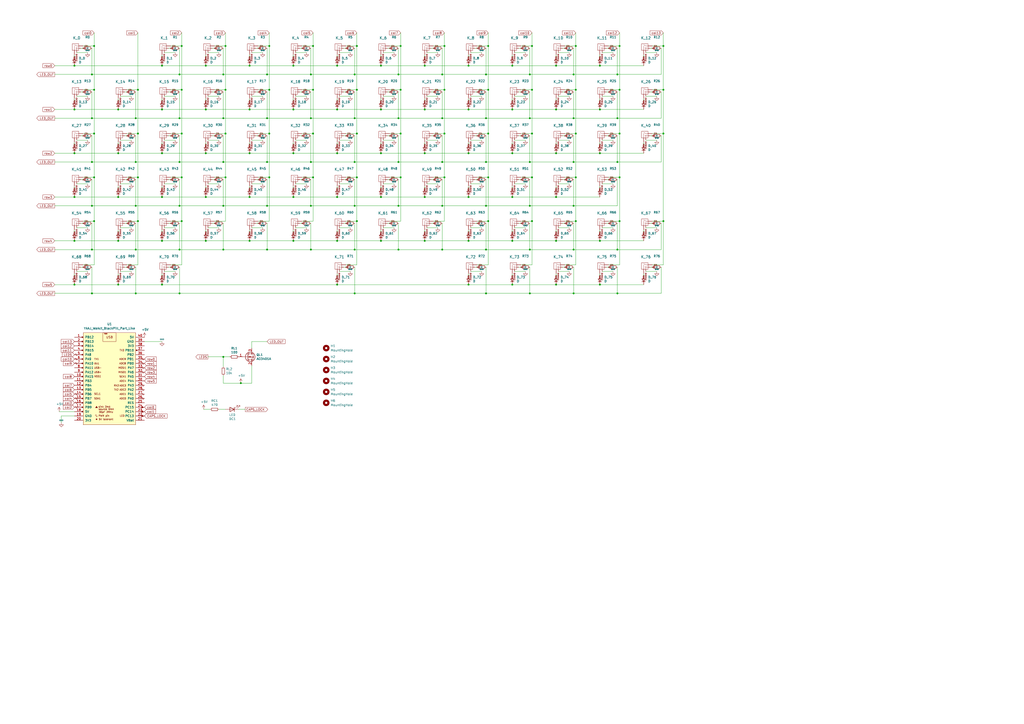
<source format=kicad_sch>
(kicad_sch (version 20211123) (generator eeschema)
  (paper "A2")
  (junction (at 93.98 114.3))
  (junction (at 205.74 119.38))
  (junction (at 105.41 77.47))
  (junction (at 195.58 63.5))
  (junction (at 232.41 52.07))
  (junction (at 93.98 63.5))
  (junction (at 119.38 114.3))
  (junction (at 68.58 63.5))
  (junction (at 130.81 26.67))
  (junction (at 347.98 139.7))
  (junction (at 283.21 128.27))
  (junction (at 257.81 77.47))
  (junction (at 297.18 38.1))
  (junction (at 54.61 102.87))
  (junction (at 232.41 26.67))
  (junction (at 144.78 114.3))
  (junction (at 359.41 26.67))
  (junction (at 207.01 102.87))
  (junction (at 54.61 26.67))
  (junction (at 207.01 128.27))
  (junction (at 283.21 77.47))
  (junction (at 231.14 144.78))
  (junction (at 139.7 222.25))
  (junction (at 246.38 38.1))
  (junction (at 195.58 114.3))
  (junction (at 154.94 68.58))
  (junction (at 78.74 93.98))
  (junction (at 93.98 38.1))
  (junction (at 195.58 88.9))
  (junction (at 359.41 102.87))
  (junction (at 170.18 88.9))
  (junction (at 347.98 38.1))
  (junction (at 53.34 93.98))
  (junction (at 54.61 52.07))
  (junction (at 231.14 119.38))
  (junction (at 195.58 165.1))
  (junction (at 281.94 93.98))
  (junction (at 181.61 77.47))
  (junction (at 154.94 119.38))
  (junction (at 334.01 128.27))
  (junction (at 43.18 114.3))
  (junction (at 53.34 68.58))
  (junction (at 154.94 43.18))
  (junction (at 297.18 88.9))
  (junction (at 257.81 102.87))
  (junction (at 281.94 43.18))
  (junction (at 144.78 139.7))
  (junction (at 181.61 26.67))
  (junction (at 180.34 68.58))
  (junction (at 129.54 144.78))
  (junction (at 322.58 114.3))
  (junction (at 384.81 52.07))
  (junction (at 170.18 114.3))
  (junction (at 347.98 165.1))
  (junction (at 308.61 128.27))
  (junction (at 334.01 52.07))
  (junction (at 130.81 52.07))
  (junction (at 205.74 68.58))
  (junction (at 156.21 102.87))
  (junction (at 119.38 63.5))
  (junction (at 246.38 88.9))
  (junction (at 105.41 128.27))
  (junction (at 205.74 144.78))
  (junction (at 207.01 52.07))
  (junction (at 322.58 88.9))
  (junction (at 78.74 68.58))
  (junction (at 271.78 114.3))
  (junction (at 53.34 144.78))
  (junction (at 246.38 63.5))
  (junction (at 307.34 119.38))
  (junction (at 271.78 139.7))
  (junction (at 181.61 52.07))
  (junction (at 78.74 119.38))
  (junction (at 271.78 88.9))
  (junction (at 104.14 119.38))
  (junction (at 170.18 139.7))
  (junction (at 232.41 102.87))
  (junction (at 281.94 68.58))
  (junction (at 53.34 43.18))
  (junction (at 144.78 88.9))
  (junction (at 104.14 144.78))
  (junction (at 332.74 93.98))
  (junction (at 129.54 207.01))
  (junction (at 384.81 77.47))
  (junction (at 283.21 102.87))
  (junction (at 205.74 43.18))
  (junction (at 283.21 26.67))
  (junction (at 104.14 68.58))
  (junction (at 332.74 43.18))
  (junction (at 54.61 128.27))
  (junction (at 43.18 165.1))
  (junction (at 332.74 144.78))
  (junction (at 180.34 119.38))
  (junction (at 104.14 170.18))
  (junction (at 256.54 68.58))
  (junction (at 256.54 119.38))
  (junction (at 43.18 88.9))
  (junction (at 53.34 119.38))
  (junction (at 283.21 52.07))
  (junction (at 297.18 139.7))
  (junction (at 232.41 77.47))
  (junction (at 308.61 26.67))
  (junction (at 332.74 119.38))
  (junction (at 156.21 52.07))
  (junction (at 334.01 26.67))
  (junction (at 220.98 88.9))
  (junction (at 297.18 165.1))
  (junction (at 170.18 38.1))
  (junction (at 220.98 38.1))
  (junction (at 180.34 144.78))
  (junction (at 271.78 63.5))
  (junction (at 281.94 119.38))
  (junction (at 156.21 77.47))
  (junction (at 105.41 102.87))
  (junction (at 80.01 77.47))
  (junction (at 119.38 88.9))
  (junction (at 297.18 114.3))
  (junction (at 257.81 52.07))
  (junction (at 384.81 26.67))
  (junction (at 358.14 68.58))
  (junction (at 322.58 139.7))
  (junction (at 256.54 93.98))
  (junction (at 271.78 38.1))
  (junction (at 43.18 63.5))
  (junction (at 358.14 93.98))
  (junction (at 129.54 68.58))
  (junction (at 154.94 144.78))
  (junction (at 144.78 38.1))
  (junction (at 129.54 43.18))
  (junction (at 105.41 52.07))
  (junction (at 246.38 114.3))
  (junction (at 43.18 38.1))
  (junction (at 308.61 52.07))
  (junction (at 78.74 170.18))
  (junction (at 271.78 165.1))
  (junction (at 93.98 88.9))
  (junction (at 322.58 165.1))
  (junction (at 297.18 63.5))
  (junction (at 80.01 52.07))
  (junction (at 180.34 93.98))
  (junction (at 231.14 93.98))
  (junction (at 105.41 26.67))
  (junction (at 170.18 63.5))
  (junction (at 307.34 144.78))
  (junction (at 384.81 128.27))
  (junction (at 308.61 77.47))
  (junction (at 130.81 102.87))
  (junction (at 220.98 63.5))
  (junction (at 93.98 139.7))
  (junction (at 43.18 139.7))
  (junction (at 205.74 93.98))
  (junction (at 53.34 170.18))
  (junction (at 54.61 77.47))
  (junction (at 129.54 119.38))
  (junction (at 359.41 77.47))
  (junction (at 359.41 52.07))
  (junction (at 308.61 102.87))
  (junction (at 156.21 26.67))
  (junction (at 257.81 26.67))
  (junction (at 80.01 128.27))
  (junction (at 144.78 63.5))
  (junction (at 307.34 68.58))
  (junction (at 358.14 170.18))
  (junction (at 281.94 144.78))
  (junction (at 334.01 102.87))
  (junction (at 220.98 114.3))
  (junction (at 181.61 102.87))
  (junction (at 256.54 43.18))
  (junction (at 281.94 170.18))
  (junction (at 246.38 139.7))
  (junction (at 154.94 93.98))
  (junction (at 68.58 165.1))
  (junction (at 347.98 63.5))
  (junction (at 322.58 63.5))
  (junction (at 205.74 170.18))
  (junction (at 68.58 88.9))
  (junction (at 119.38 38.1))
  (junction (at 358.14 43.18))
  (junction (at 322.58 38.1))
  (junction (at 207.01 26.67))
  (junction (at 130.81 77.47))
  (junction (at 347.98 88.9))
  (junction (at 68.58 139.7))
  (junction (at 359.41 128.27))
  (junction (at 307.34 170.18))
  (junction (at 68.58 114.3))
  (junction (at 119.38 139.7))
  (junction (at 195.58 139.7))
  (junction (at 180.34 43.18))
  (junction (at 78.74 144.78))
  (junction (at 207.01 77.47))
  (junction (at 129.54 93.98))
  (junction (at 93.98 165.1))
  (junction (at 231.14 43.18))
  (junction (at 332.74 68.58))
  (junction (at 104.14 93.98))
  (junction (at 307.34 93.98))
  (junction (at 256.54 144.78))
  (junction (at 104.14 43.18))
  (junction (at 80.01 102.87))
  (junction (at 220.98 139.7))
  (junction (at 332.74 170.18))
  (junction (at 334.01 77.47))
  (junction (at 195.58 38.1))
  (junction (at 358.14 144.78))
  (junction (at 231.14 68.58))
  (junction (at 307.34 43.18))
  (wire (pts (xy 246.38 133.35) (xy 246.38 134.62)))
  (wire (pts (xy 175.26 102.87) (xy 181.61 102.87)))
  (wire (pts (xy 308.61 102.87) (xy 308.61 77.47)))
  (wire (pts (xy 358.14 43.18) (xy 383.54 43.18)))
  (wire (pts (xy 322.58 165.1) (xy 347.98 165.1)))
  (wire (pts (xy 276.86 26.67) (xy 283.21 26.67)))
  (wire (pts (xy 281.94 144.78) (xy 281.94 129.54)))
  (wire (pts (xy 271.78 82.55) (xy 271.78 83.82)))
  (wire (pts (xy 97.79 154.94) (xy 99.06 154.94)))
  (wire (pts (xy 105.41 19.05) (xy 105.41 26.67)))
  (wire (pts (xy 196.85 30.48) (xy 203.2 30.48)))
  (wire (pts (xy 247.65 30.48) (xy 254 30.48)))
  (wire (pts (xy 207.01 26.67) (xy 207.01 52.07)))
  (wire (pts (xy 34.29 238.76) (xy 43.18 238.76)))
  (wire (pts (xy 31.75 144.78) (xy 53.34 144.78)))
  (wire (pts (xy 220.98 38.1) (xy 246.38 38.1)))
  (wire (pts (xy 104.14 43.18) (xy 104.14 27.94)))
  (wire (pts (xy 358.14 119.38) (xy 358.14 104.14)))
  (wire (pts (xy 97.79 78.74) (xy 99.06 78.74)))
  (wire (pts (xy 349.25 106.68) (xy 355.6 106.68)))
  (wire (pts (xy 307.34 119.38) (xy 307.34 104.14)))
  (wire (pts (xy 80.01 128.27) (xy 80.01 102.87)))
  (wire (pts (xy 99.06 26.67) (xy 105.41 26.67)))
  (wire (pts (xy 68.58 57.15) (xy 68.58 58.42)))
  (wire (pts (xy 95.25 157.48) (xy 101.6 157.48)))
  (wire (pts (xy 146.05 55.88) (xy 152.4 55.88)))
  (wire (pts (xy 146.05 198.12) (xy 154.94 198.12)))
  (wire (pts (xy 170.18 114.3) (xy 195.58 114.3)))
  (wire (pts (xy 373.38 57.15) (xy 373.38 58.42)))
  (wire (pts (xy 334.01 102.87) (xy 334.01 77.47)))
  (wire (pts (xy 170.18 63.5) (xy 195.58 63.5)))
  (wire (pts (xy 48.26 26.67) (xy 54.61 26.67)))
  (wire (pts (xy 308.61 128.27) (xy 308.61 102.87)))
  (wire (pts (xy 180.34 93.98) (xy 180.34 78.74)))
  (wire (pts (xy 44.45 30.48) (xy 50.8 30.48)))
  (wire (pts (xy 347.98 165.1) (xy 373.38 165.1)))
  (wire (pts (xy 232.41 19.05) (xy 232.41 26.67)))
  (wire (pts (xy 46.99 78.74) (xy 48.26 78.74)))
  (wire (pts (xy 276.86 128.27) (xy 283.21 128.27)))
  (wire (pts (xy 129.54 93.98) (xy 154.94 93.98)))
  (wire (pts (xy 332.74 68.58) (xy 358.14 68.58)))
  (wire (pts (xy 195.58 63.5) (xy 220.98 63.5)))
  (wire (pts (xy 351.79 104.14) (xy 353.06 104.14)))
  (wire (pts (xy 149.86 26.67) (xy 156.21 26.67)))
  (wire (pts (xy 149.86 128.27) (xy 156.21 128.27)))
  (wire (pts (xy 246.38 107.95) (xy 246.38 109.22)))
  (wire (pts (xy 220.98 107.95) (xy 220.98 109.22)))
  (wire (pts (xy 276.86 153.67) (xy 283.21 153.67)))
  (wire (pts (xy 207.01 102.87) (xy 207.01 77.47)))
  (wire (pts (xy 246.38 31.75) (xy 246.38 33.02)))
  (wire (pts (xy 93.98 82.55) (xy 93.98 83.82)))
  (wire (pts (xy 326.39 27.94) (xy 327.66 27.94)))
  (wire (pts (xy 351.79 27.94) (xy 353.06 27.94)))
  (wire (pts (xy 200.66 153.67) (xy 207.01 153.67)))
  (wire (pts (xy 104.14 119.38) (xy 129.54 119.38)))
  (wire (pts (xy 93.98 158.75) (xy 93.98 160.02)))
  (wire (pts (xy 326.39 154.94) (xy 327.66 154.94)))
  (wire (pts (xy 119.38 133.35) (xy 119.38 134.62)))
  (wire (pts (xy 144.78 57.15) (xy 144.78 58.42)))
  (wire (pts (xy 353.06 77.47) (xy 359.41 77.47)))
  (wire (pts (xy 123.19 53.34) (xy 124.46 53.34)))
  (wire (pts (xy 373.38 158.75) (xy 373.38 160.02)))
  (wire (pts (xy 275.59 104.14) (xy 276.86 104.14)))
  (wire (pts (xy 273.05 157.48) (xy 279.4 157.48)))
  (wire (pts (xy 297.18 88.9) (xy 322.58 88.9)))
  (wire (pts (xy 171.45 55.88) (xy 177.8 55.88)))
  (wire (pts (xy 105.41 102.87) (xy 105.41 77.47)))
  (wire (pts (xy 130.81 102.87) (xy 130.81 77.47)))
  (wire (pts (xy 374.65 157.48) (xy 381 157.48)))
  (wire (pts (xy 256.54 119.38) (xy 256.54 104.14)))
  (wire (pts (xy 332.74 68.58) (xy 332.74 53.34)))
  (wire (pts (xy 78.74 170.18) (xy 78.74 154.94)))
  (wire (pts (xy 180.34 68.58) (xy 180.34 53.34)))
  (wire (pts (xy 148.59 129.54) (xy 149.86 129.54)))
  (wire (pts (xy 334.01 77.47) (xy 334.01 52.07)))
  (wire (pts (xy 154.94 68.58) (xy 180.34 68.58)))
  (wire (pts (xy 323.85 132.08) (xy 330.2 132.08)))
  (wire (pts (xy 247.65 81.28) (xy 254 81.28)))
  (wire (pts (xy 349.25 30.48) (xy 355.6 30.48)))
  (wire (pts (xy 307.34 119.38) (xy 332.74 119.38)))
  (wire (pts (xy 97.79 104.14) (xy 99.06 104.14)))
  (wire (pts (xy 199.39 154.94) (xy 200.66 154.94)))
  (wire (pts (xy 93.98 88.9) (xy 119.38 88.9)))
  (wire (pts (xy 226.06 52.07) (xy 232.41 52.07)))
  (wire (pts (xy 322.58 38.1) (xy 347.98 38.1)))
  (wire (pts (xy 222.25 81.28) (xy 228.6 81.28)))
  (wire (pts (xy 323.85 30.48) (xy 330.2 30.48)))
  (wire (pts (xy 384.81 128.27) (xy 384.81 77.47)))
  (wire (pts (xy 54.61 77.47) (xy 54.61 52.07)))
  (wire (pts (xy 119.38 63.5) (xy 144.78 63.5)))
  (wire (pts (xy 123.19 129.54) (xy 124.46 129.54)))
  (wire (pts (xy 173.99 27.94) (xy 175.26 27.94)))
  (wire (pts (xy 119.38 38.1) (xy 144.78 38.1)))
  (wire (pts (xy 273.05 55.88) (xy 279.4 55.88)))
  (wire (pts (xy 53.34 43.18) (xy 53.34 27.94)))
  (wire (pts (xy 283.21 102.87) (xy 283.21 77.47)))
  (wire (pts (xy 347.98 31.75) (xy 347.98 33.02)))
  (wire (pts (xy 146.05 106.68) (xy 152.4 106.68)))
  (wire (pts (xy 148.59 27.94) (xy 149.86 27.94)))
  (wire (pts (xy 349.25 157.48) (xy 355.6 157.48)))
  (wire (pts (xy 205.74 119.38) (xy 231.14 119.38)))
  (wire (pts (xy 78.74 119.38) (xy 78.74 104.14)))
  (wire (pts (xy 80.01 102.87) (xy 80.01 77.47)))
  (wire (pts (xy 78.74 68.58) (xy 104.14 68.58)))
  (wire (pts (xy 307.34 93.98) (xy 307.34 78.74)))
  (wire (pts (xy 308.61 19.05) (xy 308.61 26.67)))
  (wire (pts (xy 170.18 57.15) (xy 170.18 58.42)))
  (wire (pts (xy 383.54 43.18) (xy 383.54 27.94)))
  (wire (pts (xy 349.25 55.88) (xy 355.6 55.88)))
  (wire (pts (xy 231.14 43.18) (xy 256.54 43.18)))
  (wire (pts (xy 31.75 114.3) (xy 43.18 114.3)))
  (wire (pts (xy 251.46 52.07) (xy 257.81 52.07)))
  (wire (pts (xy 226.06 26.67) (xy 232.41 26.67)))
  (wire (pts (xy 149.86 52.07) (xy 156.21 52.07)))
  (wire (pts (xy 156.21 19.05) (xy 156.21 26.67)))
  (wire (pts (xy 144.78 88.9) (xy 170.18 88.9)))
  (wire (pts (xy 142.24 237.49) (xy 138.43 237.49)))
  (wire (pts (xy 383.54 170.18) (xy 383.54 154.94)))
  (wire (pts (xy 246.38 82.55) (xy 246.38 83.82)))
  (wire (pts (xy 154.94 119.38) (xy 180.34 119.38)))
  (wire (pts (xy 46.99 129.54) (xy 48.26 129.54)))
  (wire (pts (xy 120.65 81.28) (xy 127 81.28)))
  (wire (pts (xy 104.14 170.18) (xy 205.74 170.18)))
  (wire (pts (xy 119.38 88.9) (xy 144.78 88.9)))
  (wire (pts (xy 80.01 153.67) (xy 80.01 128.27)))
  (wire (pts (xy 196.85 132.08) (xy 203.2 132.08)))
  (wire (pts (xy 275.59 78.74) (xy 276.86 78.74)))
  (wire (pts (xy 307.34 68.58) (xy 307.34 53.34)))
  (wire (pts (xy 351.79 78.74) (xy 353.06 78.74)))
  (wire (pts (xy 31.75 165.1) (xy 43.18 165.1)))
  (wire (pts (xy 374.65 55.88) (xy 381 55.88)))
  (wire (pts (xy 334.01 26.67) (xy 334.01 52.07)))
  (wire (pts (xy 68.58 82.55) (xy 68.58 83.82)))
  (wire (pts (xy 46.99 154.94) (xy 48.26 154.94)))
  (wire (pts (xy 271.78 88.9) (xy 297.18 88.9)))
  (wire (pts (xy 54.61 153.67) (xy 54.61 128.27)))
  (wire (pts (xy 327.66 77.47) (xy 334.01 77.47)))
  (wire (pts (xy 247.65 106.68) (xy 254 106.68)))
  (wire (pts (xy 322.58 63.5) (xy 347.98 63.5)))
  (wire (pts (xy 69.85 106.68) (xy 76.2 106.68)))
  (wire (pts (xy 322.58 139.7) (xy 347.98 139.7)))
  (wire (pts (xy 271.78 139.7) (xy 297.18 139.7)))
  (wire (pts (xy 251.46 102.87) (xy 257.81 102.87)))
  (wire (pts (xy 44.45 81.28) (xy 50.8 81.28)))
  (wire (pts (xy 73.66 102.87) (xy 80.01 102.87)))
  (wire (pts (xy 43.18 57.15) (xy 43.18 58.42)))
  (wire (pts (xy 196.85 157.48) (xy 203.2 157.48)))
  (wire (pts (xy 200.66 77.47) (xy 207.01 77.47)))
  (wire (pts (xy 73.66 128.27) (xy 80.01 128.27)))
  (wire (pts (xy 46.99 53.34) (xy 48.26 53.34)))
  (wire (pts (xy 246.38 139.7) (xy 271.78 139.7)))
  (wire (pts (xy 205.74 43.18) (xy 205.74 27.94)))
  (wire (pts (xy 347.98 133.35) (xy 347.98 134.62)))
  (wire (pts (xy 298.45 81.28) (xy 304.8 81.28)))
  (wire (pts (xy 377.19 154.94) (xy 378.46 154.94)))
  (wire (pts (xy 251.46 26.67) (xy 257.81 26.67)))
  (wire (pts (xy 302.26 26.67) (xy 308.61 26.67)))
  (wire (pts (xy 124.46 102.87) (xy 130.81 102.87)))
  (wire (pts (xy 130.81 19.05) (xy 130.81 26.67)))
  (wire (pts (xy 256.54 68.58) (xy 281.94 68.58)))
  (wire (pts (xy 307.34 170.18) (xy 307.34 154.94)))
  (wire (pts (xy 144.78 114.3) (xy 170.18 114.3)))
  (wire (pts (xy 99.06 52.07) (xy 105.41 52.07)))
  (wire (pts (xy 195.58 114.3) (xy 220.98 114.3)))
  (wire (pts (xy 104.14 43.18) (xy 129.54 43.18)))
  (wire (pts (xy 322.58 114.3) (xy 347.98 114.3)))
  (wire (pts (xy 207.01 128.27) (xy 207.01 102.87)))
  (wire (pts (xy 31.75 38.1) (xy 43.18 38.1)))
  (wire (pts (xy 43.18 158.75) (xy 43.18 160.02)))
  (wire (pts (xy 180.34 119.38) (xy 205.74 119.38)))
  (wire (pts (xy 246.38 114.3) (xy 271.78 114.3)))
  (wire (pts (xy 175.26 52.07) (xy 181.61 52.07)))
  (wire (pts (xy 170.18 133.35) (xy 170.18 134.62)))
  (wire (pts (xy 302.26 153.67) (xy 308.61 153.67)))
  (wire (pts (xy 283.21 26.67) (xy 283.21 52.07)))
  (wire (pts (xy 297.18 133.35) (xy 297.18 134.62)))
  (wire (pts (xy 308.61 26.67) (xy 308.61 52.07)))
  (wire (pts (xy 326.39 129.54) (xy 327.66 129.54)))
  (wire (pts (xy 300.99 27.94) (xy 302.26 27.94)))
  (wire (pts (xy 99.06 153.67) (xy 105.41 153.67)))
  (wire (pts (xy 250.19 53.34) (xy 251.46 53.34)))
  (wire (pts (xy 308.61 77.47) (xy 308.61 52.07)))
  (wire (pts (xy 123.19 27.94) (xy 124.46 27.94)))
  (wire (pts (xy 148.59 53.34) (xy 149.86 53.34)))
  (wire (pts (xy 323.85 55.88) (xy 330.2 55.88)))
  (wire (pts (xy 144.78 133.35) (xy 144.78 134.62)))
  (wire (pts (xy 43.18 31.75) (xy 43.18 33.02)))
  (wire (pts (xy 281.94 68.58) (xy 281.94 53.34)))
  (wire (pts (xy 119.38 31.75) (xy 119.38 33.02)))
  (wire (pts (xy 149.86 102.87) (xy 156.21 102.87)))
  (wire (pts (xy 53.34 170.18) (xy 53.34 154.94)))
  (wire (pts (xy 95.25 106.68) (xy 101.6 106.68)))
  (wire (pts (xy 73.66 153.67) (xy 80.01 153.67)))
  (wire (pts (xy 44.45 106.68) (xy 50.8 106.68)))
  (wire (pts (xy 256.54 144.78) (xy 281.94 144.78)))
  (wire (pts (xy 48.26 52.07) (xy 54.61 52.07)))
  (wire (pts (xy 246.38 88.9) (xy 271.78 88.9)))
  (wire (pts (xy 120.65 30.48) (xy 127 30.48)))
  (wire (pts (xy 120.65 106.68) (xy 127 106.68)))
  (wire (pts (xy 271.78 38.1) (xy 297.18 38.1)))
  (wire (pts (xy 377.19 53.34) (xy 378.46 53.34)))
  (wire (pts (xy 275.59 27.94) (xy 276.86 27.94)))
  (wire (pts (xy 195.58 88.9) (xy 220.98 88.9)))
  (wire (pts (xy 72.39 129.54) (xy 73.66 129.54)))
  (wire (pts (xy 322.58 88.9) (xy 347.98 88.9)))
  (wire (pts (xy 307.34 144.78) (xy 332.74 144.78)))
  (wire (pts (xy 302.26 77.47) (xy 308.61 77.47)))
  (wire (pts (xy 144.78 31.75) (xy 144.78 33.02)))
  (wire (pts (xy 200.66 52.07) (xy 207.01 52.07)))
  (wire (pts (xy 205.74 144.78) (xy 205.74 129.54)))
  (wire (pts (xy 384.81 77.47) (xy 384.81 52.07)))
  (wire (pts (xy 173.99 129.54) (xy 175.26 129.54)))
  (wire (pts (xy 224.79 129.54) (xy 226.06 129.54)))
  (wire (pts (xy 129.54 207.01) (xy 129.54 212.725)))
  (wire (pts (xy 349.25 81.28) (xy 355.6 81.28)))
  (wire (pts (xy 205.74 170.18) (xy 205.74 154.94)))
  (wire (pts (xy 78.74 93.98) (xy 104.14 93.98)))
  (wire (pts (xy 44.45 55.88) (xy 50.8 55.88)))
  (wire (pts (xy 31.75 119.38) (xy 53.34 119.38)))
  (wire (pts (xy 383.54 93.98) (xy 383.54 78.74)))
  (wire (pts (xy 276.86 52.07) (xy 283.21 52.07)))
  (wire (pts (xy 43.18 82.55) (xy 43.18 83.82)))
  (wire (pts (xy 220.98 63.5) (xy 246.38 63.5)))
  (wire (pts (xy 359.41 26.67) (xy 359.41 52.07)))
  (wire (pts (xy 332.74 93.98) (xy 358.14 93.98)))
  (wire (pts (xy 322.58 31.75) (xy 322.58 33.02)))
  (wire (pts (xy 226.06 128.27) (xy 232.41 128.27)))
  (wire (pts (xy 271.78 133.35) (xy 271.78 134.62)))
  (wire (pts (xy 383.54 144.78) (xy 383.54 129.54)))
  (wire (pts (xy 205.74 43.18) (xy 231.14 43.18)))
  (wire (pts (xy 144.78 82.55) (xy 144.78 83.82)))
  (wire (pts (xy 332.74 170.18) (xy 332.74 154.94)))
  (wire (pts (xy 124.46 26.67) (xy 130.81 26.67)))
  (wire (pts (xy 246.38 57.15) (xy 246.38 58.42)))
  (wire (pts (xy 257.81 26.67) (xy 257.81 52.07)))
  (wire (pts (xy 275.59 53.34) (xy 276.86 53.34)))
  (wire (pts (xy 232.41 26.67) (xy 232.41 52.07)))
  (wire (pts (xy 232.41 102.87) (xy 232.41 77.47)))
  (wire (pts (xy 53.34 144.78) (xy 78.74 144.78)))
  (wire (pts (xy 358.14 93.98) (xy 358.14 78.74)))
  (wire (pts (xy 247.65 55.88) (xy 254 55.88)))
  (wire (pts (xy 373.38 82.55) (xy 373.38 83.82)))
  (wire (pts (xy 129.54 43.18) (xy 129.54 27.94)))
  (wire (pts (xy 231.14 144.78) (xy 256.54 144.78)))
  (wire (pts (xy 300.99 154.94) (xy 302.26 154.94)))
  (wire (pts (xy 300.99 53.34) (xy 302.26 53.34)))
  (wire (pts (xy 181.61 128.27) (xy 181.61 102.87)))
  (wire (pts (xy 332.74 144.78) (xy 358.14 144.78)))
  (wire (pts (xy 68.58 139.7) (xy 93.98 139.7)))
  (wire (pts (xy 196.85 55.88) (xy 203.2 55.88)))
  (wire (pts (xy 322.58 82.55) (xy 322.58 83.82)))
  (wire (pts (xy 119.38 82.55) (xy 119.38 83.82)))
  (wire (pts (xy 297.18 114.3) (xy 322.58 114.3)))
  (wire (pts (xy 378.46 128.27) (xy 384.81 128.27)))
  (wire (pts (xy 302.26 102.87) (xy 308.61 102.87)))
  (wire (pts (xy 118.11 237.49) (xy 121.92 237.49)))
  (wire (pts (xy 80.01 19.05) (xy 80.01 52.07)))
  (wire (pts (xy 358.14 93.98) (xy 383.54 93.98)))
  (wire (pts (xy 144.78 63.5) (xy 170.18 63.5)))
  (wire (pts (xy 72.39 154.94) (xy 73.66 154.94)))
  (wire (pts (xy 231.14 144.78) (xy 231.14 129.54)))
  (wire (pts (xy 78.74 170.18) (xy 104.14 170.18)))
  (wire (pts (xy 220.98 31.75) (xy 220.98 33.02)))
  (wire (pts (xy 256.54 43.18) (xy 256.54 27.94)))
  (wire (pts (xy 78.74 144.78) (xy 78.74 129.54)))
  (wire (pts (xy 231.14 93.98) (xy 231.14 78.74)))
  (wire (pts (xy 199.39 78.74) (xy 200.66 78.74)))
  (wire (pts (xy 205.74 119.38) (xy 205.74 104.14)))
  (wire (pts (xy 298.45 157.48) (xy 304.8 157.48)))
  (wire (pts (xy 129.54 43.18) (xy 154.94 43.18)))
  (wire (pts (xy 271.78 57.15) (xy 271.78 58.42)))
  (wire (pts (xy 283.21 77.47) (xy 283.21 52.07)))
  (wire (pts (xy 323.85 157.48) (xy 330.2 157.48)))
  (wire (pts (xy 31.75 88.9) (xy 43.18 88.9)))
  (wire (pts (xy 124.46 52.07) (xy 130.81 52.07)))
  (wire (pts (xy 68.58 165.1) (xy 93.98 165.1)))
  (wire (pts (xy 273.05 132.08) (xy 279.4 132.08)))
  (wire (pts (xy 129.54 144.78) (xy 129.54 129.54)))
  (wire (pts (xy 69.85 81.28) (xy 76.2 81.28)))
  (wire (pts (xy 43.18 139.7) (xy 68.58 139.7)))
  (wire (pts (xy 300.99 129.54) (xy 302.26 129.54)))
  (wire (pts (xy 281.94 144.78) (xy 307.34 144.78)))
  (wire (pts (xy 351.79 129.54) (xy 353.06 129.54)))
  (wire (pts (xy 97.79 53.34) (xy 99.06 53.34)))
  (wire (pts (xy 129.54 144.78) (xy 154.94 144.78)))
  (wire (pts (xy 232.41 77.47) (xy 232.41 52.07)))
  (wire (pts (xy 205.74 170.18) (xy 281.94 170.18)))
  (wire (pts (xy 171.45 30.48) (xy 177.8 30.48)))
  (wire (pts (xy 374.65 30.48) (xy 381 30.48)))
  (wire (pts (xy 231.14 93.98) (xy 256.54 93.98)))
  (wire (pts (xy 95.25 81.28) (xy 101.6 81.28)))
  (wire (pts (xy 105.41 128.27) (xy 105.41 102.87)))
  (wire (pts (xy 271.78 63.5) (xy 297.18 63.5)))
  (wire (pts (xy 54.61 102.87) (xy 54.61 77.47)))
  (wire (pts (xy 232.41 128.27) (xy 232.41 102.87)))
  (wire (pts (xy 119.38 107.95) (xy 119.38 109.22)))
  (wire (pts (xy 322.58 107.95) (xy 322.58 109.22)))
  (wire (pts (xy 246.38 38.1) (xy 271.78 38.1)))
  (wire (pts (xy 171.45 106.68) (xy 177.8 106.68)))
  (wire (pts (xy 180.34 43.18) (xy 180.34 27.94)))
  (wire (pts (xy 207.01 77.47) (xy 207.01 52.07)))
  (wire (pts (xy 358.14 170.18) (xy 358.14 154.94)))
  (wire (pts (xy 332.74 144.78) (xy 332.74 129.54)))
  (wire (pts (xy 302.26 52.07) (xy 308.61 52.07)))
  (wire (pts (xy 257.81 19.05) (xy 257.81 26.67)))
  (wire (pts (xy 222.25 132.08) (xy 228.6 132.08)))
  (wire (pts (xy 207.01 153.67) (xy 207.01 128.27)))
  (wire (pts (xy 175.26 77.47) (xy 181.61 77.47)))
  (wire (pts (xy 181.61 102.87) (xy 181.61 77.47)))
  (wire (pts (xy 93.98 139.7) (xy 119.38 139.7)))
  (wire (pts (xy 384.81 19.05) (xy 384.81 26.67)))
  (wire (pts (xy 347.98 88.9) (xy 373.38 88.9)))
  (wire (pts (xy 31.75 43.18) (xy 53.34 43.18)))
  (wire (pts (xy 327.66 153.67) (xy 334.01 153.67)))
  (wire (pts (xy 200.66 26.67) (xy 207.01 26.67)))
  (wire (pts (xy 327.66 102.87) (xy 334.01 102.87)))
  (wire (pts (xy 104.14 144.78) (xy 104.14 129.54)))
  (wire (pts (xy 332.74 119.38) (xy 358.14 119.38)))
  (wire (pts (xy 105.41 26.67) (xy 105.41 52.07)))
  (wire (pts (xy 302.26 128.27) (xy 308.61 128.27)))
  (wire (pts (xy 273.05 106.68) (xy 279.4 106.68)))
  (wire (pts (xy 273.05 81.28) (xy 279.4 81.28)))
  (wire (pts (xy 173.99 53.34) (xy 175.26 53.34)))
  (wire (pts (xy 347.98 107.95) (xy 347.98 109.22)))
  (wire (pts (xy 297.18 63.5) (xy 322.58 63.5)))
  (wire (pts (xy 256.54 93.98) (xy 256.54 78.74)))
  (wire (pts (xy 378.46 52.07) (xy 384.81 52.07)))
  (wire (pts (xy 68.58 133.35) (xy 68.58 134.62)))
  (wire (pts (xy 359.41 128.27) (xy 359.41 102.87)))
  (wire (pts (xy 53.34 119.38) (xy 78.74 119.38)))
  (wire (pts (xy 139.7 222.25) (xy 146.05 222.25)))
  (wire (pts (xy 54.61 19.05) (xy 54.61 26.67)))
  (wire (pts (xy 148.59 78.74) (xy 149.86 78.74)))
  (wire (pts (xy 146.05 212.09) (xy 146.05 222.25)))
  (wire (pts (xy 44.45 157.48) (xy 50.8 157.48)))
  (wire (pts (xy 68.58 114.3) (xy 93.98 114.3)))
  (wire (pts (xy 123.19 104.14) (xy 124.46 104.14)))
  (wire (pts (xy 44.45 132.08) (xy 50.8 132.08)))
  (wire (pts (xy 276.86 102.87) (xy 283.21 102.87)))
  (wire (pts (xy 175.26 26.67) (xy 181.61 26.67)))
  (wire (pts (xy 332.74 170.18) (xy 358.14 170.18)))
  (wire (pts (xy 199.39 129.54) (xy 200.66 129.54)))
  (wire (pts (xy 146.05 132.08) (xy 152.4 132.08)))
  (wire (pts (xy 120.65 55.88) (xy 127 55.88)))
  (wire (pts (xy 326.39 78.74) (xy 327.66 78.74)))
  (wire (pts (xy 173.99 104.14) (xy 175.26 104.14)))
  (wire (pts (xy 322.58 57.15) (xy 322.58 58.42)))
  (wire (pts (xy 358.14 53.34) (xy 358.14 68.58)))
  (wire (pts (xy 326.39 53.34) (xy 327.66 53.34)))
  (wire (pts (xy 353.06 26.67) (xy 359.41 26.67)))
  (wire (pts (xy 175.26 128.27) (xy 181.61 128.27)))
  (wire (pts (xy 54.61 128.27) (xy 54.61 102.87)))
  (wire (pts (xy 231.14 43.18) (xy 231.14 27.94)))
  (wire (pts (xy 205.74 93.98) (xy 231.14 93.98)))
  (wire (pts (xy 247.65 132.08) (xy 254 132.08)))
  (wire (pts (xy 250.19 78.74) (xy 251.46 78.74)))
  (wire (pts (xy 43.18 88.9) (xy 68.58 88.9)))
  (wire (pts (xy 156.21 102.87) (xy 156.21 77.47)))
  (wire (pts (xy 78.74 68.58) (xy 78.74 53.34)))
  (wire (pts (xy 297.18 57.15) (xy 297.18 58.42)))
  (wire (pts (xy 53.34 144.78) (xy 53.34 129.54)))
  (wire (pts (xy 205.74 68.58) (xy 231.14 68.58)))
  (wire (pts (xy 353.06 52.07) (xy 359.41 52.07)))
  (wire (pts (xy 93.98 31.75) (xy 93.98 33.02)))
  (wire (pts (xy 154.94 93.98) (xy 154.94 78.74)))
  (wire (pts (xy 373.38 31.75) (xy 373.38 33.02)))
  (wire (pts (xy 332.74 43.18) (xy 358.14 43.18)))
  (wire (pts (xy 156.21 128.27) (xy 156.21 102.87)))
  (wire (pts (xy 173.99 78.74) (xy 175.26 78.74)))
  (wire (pts (xy 181.61 26.67) (xy 181.61 52.07)))
  (wire (pts (xy 200.66 102.87) (xy 207.01 102.87)))
  (wire (pts (xy 129.54 68.58) (xy 154.94 68.58)))
  (wire (pts (xy 207.01 19.05) (xy 207.01 26.67)))
  (wire (pts (xy 69.85 55.88) (xy 76.2 55.88)))
  (wire (pts (xy 195.58 133.35) (xy 195.58 134.62)))
  (wire (pts (xy 383.54 68.58) (xy 383.54 53.34)))
  (wire (pts (xy 148.59 104.14) (xy 149.86 104.14)))
  (wire (pts (xy 129.54 222.25) (xy 129.54 217.805)))
  (wire (pts (xy 276.86 77.47) (xy 283.21 77.47)))
  (wire (pts (xy 154.94 144.78) (xy 180.34 144.78)))
  (wire (pts (xy 129.54 119.38) (xy 154.94 119.38)))
  (wire (pts (xy 48.26 77.47) (xy 54.61 77.47)))
  (wire (pts (xy 205.74 144.78) (xy 231.14 144.78)))
  (wire (pts (xy 307.34 144.78) (xy 307.34 129.54)))
  (wire (pts (xy 332.74 93.98) (xy 332.74 78.74)))
  (wire (pts (xy 281.94 170.18) (xy 281.94 154.94)))
  (wire (pts (xy 281.94 68.58) (xy 307.34 68.58)))
  (wire (pts (xy 347.98 57.15) (xy 347.98 58.42)))
  (wire (pts (xy 378.46 153.67) (xy 384.81 153.67)))
  (wire (pts (xy 46.99 27.94) (xy 48.26 27.94)))
  (wire (pts (xy 359.41 153.67) (xy 359.41 128.27)))
  (wire (pts (xy 170.18 88.9) (xy 195.58 88.9)))
  (wire (pts (xy 283.21 128.27) (xy 283.21 102.87)))
  (wire (pts (xy 171.45 81.28) (xy 177.8 81.28)))
  (wire (pts (xy 359.41 19.05) (xy 359.41 26.67)))
  (wire (pts (xy 199.39 27.94) (xy 200.66 27.94)))
  (wire (pts (xy 53.34 119.38) (xy 53.34 104.14)))
  (wire (pts (xy 130.81 128.27) (xy 130.81 102.87)))
  (wire (pts (xy 281.94 93.98) (xy 307.34 93.98)))
  (wire (pts (xy 250.19 27.94) (xy 251.46 27.94)))
  (wire (pts (xy 283.21 153.67) (xy 283.21 128.27)))
  (wire (pts (xy 31.75 63.5) (xy 43.18 63.5)))
  (wire (pts (xy 104.14 93.98) (xy 104.14 78.74)))
  (wire (pts (xy 73.66 52.07) (xy 80.01 52.07)))
  (wire (pts (xy 46.99 104.14) (xy 48.26 104.14)))
  (wire (pts (xy 93.98 63.5) (xy 119.38 63.5)))
  (wire (pts (xy 251.46 128.27) (xy 257.81 128.27)))
  (wire (pts (xy 97.79 27.94) (xy 99.06 27.94)))
  (wire (pts (xy 195.58 139.7) (xy 220.98 139.7)))
  (wire (pts (xy 95.25 132.08) (xy 101.6 132.08)))
  (wire (pts (xy 104.14 68.58) (xy 129.54 68.58)))
  (wire (pts (xy 93.98 114.3) (xy 119.38 114.3)))
  (wire (pts (xy 332.74 119.38) (xy 332.74 104.14)))
  (wire (pts (xy 358.14 144.78) (xy 383.54 144.78)))
  (wire (pts (xy 31.75 170.18) (xy 53.34 170.18)))
  (wire (pts (xy 327.66 52.07) (xy 334.01 52.07)))
  (wire (pts (xy 222.25 106.68) (xy 228.6 106.68)))
  (wire (pts (xy 220.98 133.35) (xy 220.98 134.62)))
  (wire (pts (xy 224.79 27.94) (xy 226.06 27.94)))
  (wire (pts (xy 256.54 144.78) (xy 256.54 129.54)))
  (wire (pts (xy 307.34 170.18) (xy 332.74 170.18)))
  (wire (pts (xy 347.98 38.1) (xy 373.38 38.1)))
  (wire (pts (xy 374.65 132.08) (xy 381 132.08)))
  (wire (pts (xy 80.01 77.47) (xy 80.01 52.07)))
  (wire (pts (xy 257.81 77.47) (xy 257.81 52.07)))
  (wire (pts (xy 322.58 133.35) (xy 322.58 134.62)))
  (wire (pts (xy 69.85 157.48) (xy 76.2 157.48)))
  (wire (pts (xy 199.39 104.14) (xy 200.66 104.14)))
  (wire (pts (xy 144.78 139.7) (xy 170.18 139.7)))
  (wire (pts (xy 53.34 68.58) (xy 53.34 53.34)))
  (wire (pts (xy 297.18 165.1) (xy 322.58 165.1)))
  (wire (pts (xy 124.46 77.47) (xy 130.81 77.47)))
  (wire (pts (xy 281.94 93.98) (xy 281.94 78.74)))
  (wire (pts (xy 129.54 68.58) (xy 129.54 53.34)))
  (wire (pts (xy 226.06 77.47) (xy 232.41 77.47)))
  (wire (pts (xy 78.74 144.78) (xy 104.14 144.78)))
  (wire (pts (xy 171.45 132.08) (xy 177.8 132.08)))
  (wire (pts (xy 54.61 26.67) (xy 54.61 52.07)))
  (wire (pts (xy 72.39 104.14) (xy 73.66 104.14)))
  (wire (pts (xy 250.19 129.54) (xy 251.46 129.54)))
  (wire (pts (xy 205.74 93.98) (xy 205.74 78.74)))
  (wire (pts (xy 129.54 119.38) (xy 129.54 104.14)))
  (wire (pts (xy 170.18 82.55) (xy 170.18 83.82)))
  (wire (pts (xy 347.98 158.75) (xy 347.98 160.02)))
  (wire (pts (xy 327.66 26.67) (xy 334.01 26.67)))
  (wire (pts (xy 68.58 88.9) (xy 93.98 88.9)))
  (wire (pts (xy 334.01 153.67) (xy 334.01 128.27)))
  (wire (pts (xy 31.75 68.58) (xy 53.34 68.58)))
  (wire (pts (xy 180.34 43.18) (xy 205.74 43.18)))
  (wire (pts (xy 298.45 106.68) (xy 304.8 106.68)))
  (wire (pts (xy 307.34 93.98) (xy 332.74 93.98)))
  (wire (pts (xy 307.34 43.18) (xy 307.34 27.94)))
  (wire (pts (xy 351.79 53.34) (xy 353.06 53.34)))
  (wire (pts (xy 195.58 38.1) (xy 220.98 38.1)))
  (wire (pts (xy 224.79 78.74) (xy 226.06 78.74)))
  (wire (pts (xy 123.19 78.74) (xy 124.46 78.74)))
  (wire (pts (xy 156.21 26.67) (xy 156.21 52.07)))
  (wire (pts (xy 53.34 93.98) (xy 78.74 93.98)))
  (wire (pts (xy 154.94 119.38) (xy 154.94 104.14)))
  (wire (pts (xy 124.46 128.27) (xy 130.81 128.27)))
  (wire (pts (xy 351.79 154.94) (xy 353.06 154.94)))
  (wire (pts (xy 347.98 82.55) (xy 347.98 83.82)))
  (wire (pts (xy 72.39 78.74) (xy 73.66 78.74)))
  (wire (pts (xy 104.14 68.58) (xy 104.14 53.34)))
  (wire (pts (xy 205.74 68.58) (xy 205.74 53.34)))
  (wire (pts (xy 48.26 128.27) (xy 54.61 128.27)))
  (wire (pts (xy 256.54 119.38) (xy 281.94 119.38)))
  (wire (pts (xy 43.18 241.3) (xy 35.56 241.3)))
  (wire (pts (xy 93.98 38.1) (xy 119.38 38.1)))
  (wire (pts (xy 181.61 77.47) (xy 181.61 52.07)))
  (wire (pts (xy 195.58 57.15) (xy 195.58 58.42)))
  (wire (pts (xy 43.18 114.3) (xy 68.58 114.3)))
  (wire (pts (xy 297.18 82.55) (xy 297.18 83.82)))
  (wire (pts (xy 347.98 139.7) (xy 373.38 139.7)))
  (wire (pts (xy 43.18 133.35) (xy 43.18 134.62)))
  (wire (pts (xy 149.86 77.47) (xy 156.21 77.47)))
  (wire (pts (xy 300.99 78.74) (xy 302.26 78.74)))
  (wire (pts (xy 170.18 139.7) (xy 195.58 139.7)))
  (wire (pts (xy 271.78 31.75) (xy 271.78 33.02)))
  (wire (pts (xy 53.34 93.98) (xy 53.34 78.74)))
  (wire (pts (xy 119.38 114.3) (xy 144.78 114.3)))
  (wire (pts (xy 222.25 30.48) (xy 228.6 30.48)))
  (wire (pts (xy 83.82 198.12) (xy 93.98 198.12)))
  (wire (pts (xy 43.18 107.95) (xy 43.18 109.22)))
  (wire (pts (xy 378.46 26.67) (xy 384.81 26.67)))
  (wire (pts (xy 93.98 57.15) (xy 93.98 58.42)))
  (wire (pts (xy 353.06 102.87) (xy 359.41 102.87)))
  (wire (pts (xy 181.61 19.05) (xy 181.61 26.67)))
  (wire (pts (xy 297.18 107.95) (xy 297.18 109.22)))
  (wire (pts (xy 68.58 63.5) (xy 93.98 63.5)))
  (wire (pts (xy 130.81 77.47) (xy 130.81 52.07)))
  (wire (pts (xy 224.79 53.34) (xy 226.06 53.34)))
  (wire (pts (xy 358.14 68.58) (xy 383.54 68.58)))
  (wire (pts (xy 358.14 144.78) (xy 358.14 129.54)))
  (wire (pts (xy 72.39 53.34) (xy 73.66 53.34)))
  (wire (pts (xy 256.54 43.18) (xy 281.94 43.18)))
  (wire (pts (xy 104.14 170.18) (xy 104.14 154.94)))
  (wire (pts (xy 129.54 207.01) (xy 133.35 207.01)))
  (wire (pts (xy 43.18 165.1) (xy 68.58 165.1)))
  (wire (pts (xy 220.98 82.55) (xy 220.98 83.82)))
  (wire (pts (xy 256.54 93.98) (xy 281.94 93.98)))
  (wire (pts (xy 231.14 119.38) (xy 231.14 104.14)))
  (wire (pts (xy 297.18 31.75) (xy 297.18 33.02)))
  (wire (pts (xy 199.39 53.34) (xy 200.66 53.34)))
  (wire (pts (xy 322.58 158.75) (xy 322.58 160.02)))
  (wire (pts (xy 180.34 93.98) (xy 205.74 93.98)))
  (wire (pts (xy 146.05 81.28) (xy 152.4 81.28)))
  (wire (pts (xy 43.18 38.1) (xy 93.98 38.1)))
  (wire (pts (xy 146.05 30.48) (xy 152.4 30.48)))
  (wire (pts (xy 326.39 104.14) (xy 327.66 104.14)))
  (wire (pts (xy 78.74 119.38) (xy 104.14 119.38)))
  (wire (pts (xy 146.05 201.93) (xy 146.05 198.12)))
  (wire (pts (xy 377.19 78.74) (xy 378.46 78.74)))
  (wire (pts (xy 384.81 26.67) (xy 384.81 52.07)))
  (wire (pts (xy 53.34 170.18) (xy 78.74 170.18)))
  (wire (pts (xy 68.58 158.75) (xy 68.58 160.02)))
  (wire (pts (xy 170.18 107.95) (xy 170.18 109.22)))
  (wire (pts (xy 119.38 57.15) (xy 119.38 58.42)))
  (wire (pts (xy 358.14 170.18) (xy 383.54 170.18)))
  (wire (pts (xy 271.78 107.95) (xy 271.78 109.22)))
  (wire (pts (xy 222.25 55.88) (xy 228.6 55.88)))
  (wire (pts (xy 195.58 158.75) (xy 195.58 160.02)))
  (wire (pts (xy 334.01 128.27) (xy 334.01 102.87)))
  (wire (pts (xy 170.18 38.1) (xy 195.58 38.1)))
  (wire (pts (xy 195.58 165.1) (xy 271.78 165.1)))
  (wire (pts (xy 93.98 133.35) (xy 93.98 134.62)))
  (wire (pts (xy 281.94 170.18) (xy 307.34 170.18)))
  (wire (pts (xy 220.98 88.9) (xy 246.38 88.9)))
  (wire (pts (xy 180.34 144.78) (xy 180.34 129.54)))
  (wire (pts (xy 359.41 77.47) (xy 359.41 52.07)))
  (wire (pts (xy 271.78 114.3) (xy 297.18 114.3)))
  (wire (pts (xy 297.18 139.7) (xy 322.58 139.7)))
  (wire (pts (xy 156.21 77.47) (xy 156.21 52.07)))
  (wire (pts (xy 196.85 106.68) (xy 203.2 106.68)))
  (wire (pts (xy 95.25 55.88) (xy 101.6 55.88)))
  (wire (pts (xy 308.61 153.67) (xy 308.61 128.27)))
  (wire (pts (xy 99.06 128.27) (xy 105.41 128.27)))
  (wire (pts (xy 323.85 106.68) (xy 330.2 106.68)))
  (wire (pts (xy 93.98 165.1) (xy 195.58 165.1)))
  (wire (pts (xy 53.34 68.58) (xy 78.74 68.58)))
  (wire (pts (xy 257.81 102.87) (xy 257.81 77.47)))
  (wire (pts (xy 273.05 30.48) (xy 279.4 30.48)))
  (wire (pts (xy 359.41 102.87) (xy 359.41 77.47)))
  (wire (pts (xy 281.94 119.38) (xy 307.34 119.38)))
  (wire (pts (xy 283.21 19.05) (xy 283.21 26.67)))
  (wire (pts (xy 35.56 241.3) (xy 35.56 245.11)))
  (wire (pts (xy 104.14 144.78) (xy 129.54 144.78)))
  (wire (pts (xy 154.94 93.98) (xy 180.34 93.98)))
  (wire (pts (xy 99.06 102.87) (xy 105.41 102.87)))
  (wire (pts (xy 127 237.49) (xy 130.81 237.49)))
  (wire (pts (xy 332.74 43.18) (xy 332.74 27.94)))
  (wire (pts (xy 180.34 144.78) (xy 205.74 144.78)))
  (wire (pts (xy 105.41 153.67) (xy 105.41 128.27)))
  (wire (pts (xy 93.98 107.95) (xy 93.98 109.22)))
  (wire (pts (xy 275.59 154.94) (xy 276.86 154.94)))
  (wire (pts (xy 373.38 133.35) (xy 373.38 134.62)))
  (wire (pts (xy 281.94 43.18) (xy 307.34 43.18)))
  (wire (pts (xy 154.94 43.18) (xy 154.94 27.94)))
  (wire (pts (xy 378.46 77.47) (xy 384.81 77.47)))
  (wire (pts (xy 271.78 158.75) (xy 271.78 160.02)))
  (wire (pts (xy 231.14 119.38) (xy 256.54 119.38)))
  (wire (pts (xy 196.85 81.28) (xy 203.2 81.28)))
  (wire (pts (xy 195.58 31.75) (xy 195.58 33.02)))
  (wire (pts (xy 120.65 207.01) (xy 129.54 207.01)))
  (wire (pts (xy 144.78 38.1) (xy 170.18 38.1)))
  (wire (pts (xy 68.58 107.95) (xy 68.58 109.22)))
  (wire (pts (xy 95.25 30.48) (xy 101.6 30.48)))
  (wire (pts (xy 154.94 144.78) (xy 154.94 129.54)))
  (wire (pts (xy 220.98 114.3) (xy 246.38 114.3)))
  (wire (pts (xy 31.75 93.98) (xy 53.34 93.98)))
  (wire (pts (xy 307.34 43.18) (xy 332.74 43.18)))
  (wire (pts (xy 78.74 93.98) (xy 78.74 78.74)))
  (wire (pts (xy 377.19 27.94) (xy 378.46 27.94)))
  (wire (pts (xy 104.14 119.38) (xy 104.14 104.14)))
  (wire (pts (xy 256.54 68.58) (xy 256.54 53.34)))
  (wire (pts (xy 200.66 128.27) (xy 207.01 128.27)))
  (wire (pts (xy 226.06 102.87) (xy 232.41 102.87)))
  (wire (pts (xy 43.18 63.5) (xy 68.58 63.5)))
  (wire (pts (xy 129.54 93.98) (xy 129.54 78.74)))
  (wire (pts (xy 298.45 30.48) (xy 304.8 30.48)))
  (wire (pts (xy 180.34 119.38) (xy 180.34 104.14)))
  (wire (pts (xy 246.38 63.5) (xy 271.78 63.5)))
  (wire (pts (xy 307.34 68.58) (xy 332.74 68.58)))
  (wire (pts (xy 220.98 139.7) (xy 246.38 139.7)))
  (wire (pts (xy 154.94 68.58) (xy 154.94 53.34)))
  (wire (pts (xy 31.75 139.7) (xy 43.18 139.7)))
  (wire (pts (xy 195.58 82.55) (xy 195.58 83.82)))
  (wire (pts (xy 358.14 43.18) (xy 358.14 27.94)))
  (wire (pts (xy 257.81 128.27) (xy 257.81 102.87)))
  (wire (pts (xy 323.85 81.28) (xy 330.2 81.28)))
  (wire (pts (xy 377.19 129.54) (xy 378.46 129.54)))
  (wire (pts (xy 97.79 129.54) (xy 99.06 129.54)))
  (wire (pts (xy 224.79 104.14) (xy 226.06 104.14)))
  (wire (pts (xy 300.99 104.14) (xy 302.26 104.14)))
  (wire (pts (xy 374.65 81.28) (xy 381 81.28)))
  (wire (pts (xy 154.94 43.18) (xy 180.34 43.18)))
  (wire (pts (xy 297.18 158.75) (xy 297.18 160.02)))
  (wire (pts (xy 144.78 107.95) (xy 144.78 109.22)))
  (wire (pts (xy 353.06 153.67) (xy 359.41 153.67)))
  (wire (pts (xy 298.45 132.08) (xy 304.8 132.08)))
  (wire (pts (xy 104.14 93.98) (xy 129.54 93.98)))
  (wire (pts (xy 297.18 38.1) (xy 322.58 38.1)))
  (wire (pts (xy 347.98 63.5) (xy 373.38 63.5)))
  (wire (pts (xy 170.18 31.75) (xy 170.18 33.02)))
  (wire (pts (xy 275.59 129.54) (xy 276.86 129.54)))
  (wire (pts (xy 353.06 128.27) (xy 359.41 128.27)))
  (wire (pts (xy 231.14 68.58) (xy 256.54 68.58)))
  (wire (pts (xy 48.26 102.87) (xy 54.61 102.87)))
  (wire (pts (xy 349.25 132.08) (xy 355.6 132.08)))
  (wire (pts (xy 327.66 128.27) (xy 334.01 128.27)))
  (wire (pts (xy 334.01 19.05) (xy 334.01 26.67)))
  (wire (pts (xy 298.45 55.88) (xy 304.8 55.88)))
  (wire (pts (xy 130.81 26.67) (xy 130.81 52.07)))
  (wire (pts (xy 120.65 132.08) (xy 127 132.08)))
  (wire (pts (xy 48.26 153.67) (xy 54.61 153.67)))
  (wire (pts (xy 105.41 77.47) (xy 105.41 52.07)))
  (wire (pts (xy 53.34 43.18) (xy 104.14 43.18)))
  (wire (pts (xy 99.06 77.47) (xy 105.41 77.47)))
  (wire (pts (xy 119.38 139.7) (xy 144.78 139.7)))
  (wire (pts (xy 281.94 119.38) (xy 281.94 104.14)))
  (wire (pts (xy 180.34 68.58) (xy 205.74 68.58)))
  (wire (pts (xy 195.58 107.95) (xy 195.58 109.22)))
  (wire (pts (xy 73.66 77.47) (xy 80.01 77.47)))
  (wire (pts (xy 384.81 153.67) (xy 384.81 128.27)))
  (wire (pts (xy 139.7 222.25) (xy 129.54 222.25)))
  (wire (pts (xy 281.94 43.18) (xy 281.94 27.94)))
  (wire (pts (xy 69.85 132.08) (xy 76.2 132.08)))
  (wire (pts (xy 271.78 165.1) (xy 297.18 165.1)))
  (wire (pts (xy 231.14 68.58) (xy 231.14 53.34)))
  (wire (pts (xy 250.19 104.14) (xy 251.46 104.14)))
  (wire (pts (xy 220.98 57.15) (xy 220.98 58.42)))
  (wire (pts (xy 251.46 77.47) (xy 257.81 77.47)))
  (global_label "col11" (shape input) (at 43.18 203.2 180) (property "Intersheet References" "${INTERSHEET_REFS}" (effects hide)))
  (global_label "row0" (shape input) (at 31.75 38.1 180) (property "Intersheet References" "${INTERSHEET_REFS}" (effects hide)))
  (global_label "col4" (shape input) (at 43.18 231.14 180) (property "Intersheet References" "${INTERSHEET_REFS}" (effects hide)))
  (global_label "LED_OUT" (shape output) (at 31.75 43.18 180) (property "Intersheet References" "${INTERSHEET_REFS}" (effects hide)))
  (global_label "col13" (shape input) (at 384.81 19.05 180) (property "Intersheet References" "${INTERSHEET_REFS}" (effects hide)))
  (global_label "LED_OUT" (shape output) (at 31.75 144.78 180) (property "Intersheet References" "${INTERSHEET_REFS}" (effects hide)))
  (global_label "col3" (shape input) (at 43.18 233.68 180) (property "Intersheet References" "${INTERSHEET_REFS}" (effects hide)))
  (global_label "row4" (shape input) (at 83.82 218.44 0) (property "Intersheet References" "${INTERSHEET_REFS}" (effects hide)))
  (global_label "col8" (shape input) (at 43.18 218.44 180) (property "Intersheet References" "${INTERSHEET_REFS}" (effects hide)))
  (global_label "row1" (shape input) (at 83.82 210.82 0) (property "Intersheet References" "${INTERSHEET_REFS}" (effects hide)))
  (global_label "LED_OUT" (shape input) (at 154.94 198.12 0) (property "Intersheet References" "${INTERSHEET_REFS}" (effects hide)))
  (global_label "col13" (shape input) (at 43.18 198.12 180) (property "Intersheet References" "${INTERSHEET_REFS}" (effects hide)))
  (global_label "col4" (shape input) (at 156.21 19.05 180) (property "Intersheet References" "${INTERSHEET_REFS}" (effects hide)))
  (global_label "col1" (shape input) (at 80.01 19.05 180) (property "Intersheet References" "${INTERSHEET_REFS}" (effects hide)))
  (global_label "col3" (shape input) (at 130.81 19.05 180) (property "Intersheet References" "${INTERSHEET_REFS}" (effects hide)))
  (global_label "col9" (shape input) (at 43.18 210.82 180) (property "Intersheet References" "${INTERSHEET_REFS}" (effects hide)))
  (global_label "row3" (shape input) (at 83.82 215.9 0) (property "Intersheet References" "${INTERSHEET_REFS}" (effects hide)))
  (global_label "LED_OUT" (shape output) (at 31.75 170.18 180) (property "Intersheet References" "${INTERSHEET_REFS}" (effects hide)))
  (global_label "col11" (shape input) (at 334.01 19.05 180) (property "Intersheet References" "${INTERSHEET_REFS}" (effects hide)))
  (global_label "LED_OUT" (shape output) (at 31.75 119.38 180) (property "Intersheet References" "${INTERSHEET_REFS}" (effects hide)))
  (global_label "col2" (shape input) (at 105.41 19.05 180) (property "Intersheet References" "${INTERSHEET_REFS}" (effects hide)))
  (global_label "col10" (shape input) (at 43.18 208.28 180) (property "Intersheet References" "${INTERSHEET_REFS}" (effects hide)))
  (global_label "row5" (shape input) (at 31.75 165.1 180) (property "Intersheet References" "${INTERSHEET_REFS}" (effects hide)))
  (global_label "col5" (shape input) (at 181.61 19.05 180) (property "Intersheet References" "${INTERSHEET_REFS}" (effects hide)))
  (global_label "row1" (shape input) (at 31.75 63.5 180) (property "Intersheet References" "${INTERSHEET_REFS}" (effects hide)))
  (global_label "col6" (shape input) (at 43.18 226.06 180) (property "Intersheet References" "${INTERSHEET_REFS}" (effects hide)))
  (global_label "LED_OUT" (shape output) (at 31.75 68.58 180) (property "Intersheet References" "${INTERSHEET_REFS}" (effects hide)))
  (global_label "row0" (shape input) (at 83.82 208.28 0) (property "Intersheet References" "${INTERSHEET_REFS}" (effects hide)))
  (global_label "col0" (shape input) (at 54.61 19.05 180) (property "Intersheet References" "${INTERSHEET_REFS}" (effects hide)))
  (global_label "CAPS_LOCK" (shape output) (at 142.24 237.49 0) (property "Intersheet References" "${INTERSHEET_REFS}" (effects hide)))
  (global_label "col7" (shape input) (at 232.41 19.05 180) (property "Intersheet References" "${INTERSHEET_REFS}" (effects hide)))
  (global_label "col6" (shape input) (at 207.01 19.05 180) (property "Intersheet References" "${INTERSHEET_REFS}" (effects hide)))
  (global_label "LED_OUT" (shape output) (at 31.75 93.98 180) (property "Intersheet References" "${INTERSHEET_REFS}" (effects hide)))
  (global_label "row2" (shape input) (at 83.82 213.36 0) (property "Intersheet References" "${INTERSHEET_REFS}" (effects hide)))
  (global_label "col8" (shape input) (at 257.81 19.05 180) (property "Intersheet References" "${INTERSHEET_REFS}" (effects hide)))
  (global_label "col0" (shape input) (at 83.82 236.22 0) (property "Intersheet References" "${INTERSHEET_REFS}" (effects hide)))
  (global_label "col7" (shape input) (at 43.18 223.52 180) (property "Intersheet References" "${INTERSHEET_REFS}" (effects hide)))
  (global_label "LEDS" (shape output) (at 120.65 207.01 180) (property "Intersheet References" "${INTERSHEET_REFS}" (effects hide)))
  (global_label "row2" (shape input) (at 31.75 88.9 180) (property "Intersheet References" "${INTERSHEET_REFS}" (effects hide)))
  (global_label "col5" (shape input) (at 43.18 228.6 180) (property "Intersheet References" "${INTERSHEET_REFS}" (effects hide)))
  (global_label "col12" (shape input) (at 359.41 19.05 180) (property "Intersheet References" "${INTERSHEET_REFS}" (effects hide)))
  (global_label "row3" (shape input) (at 31.75 114.3 180) (property "Intersheet References" "${INTERSHEET_REFS}" (effects hide)))
  (global_label "row5" (shape input) (at 83.82 220.98 0) (property "Intersheet References" "${INTERSHEET_REFS}" (effects hide)))
  (global_label "col12" (shape input) (at 43.18 200.66 180) (property "Intersheet References" "${INTERSHEET_REFS}" (effects hide)))
  (global_label "LEDS" (shape input) (at 43.18 205.74 180) (property "Intersheet References" "${INTERSHEET_REFS}" (effects hide)))
  (global_label "CAPS_LOCK" (shape input) (at 83.82 241.3 0) (property "Intersheet References" "${INTERSHEET_REFS}" (effects hide)))
  (global_label "col9" (shape input) (at 283.21 19.05 180) (property "Intersheet References" "${INTERSHEET_REFS}" (effects hide)))
  (global_label "row4" (shape input) (at 31.75 139.7 180) (property "Intersheet References" "${INTERSHEET_REFS}" (effects hide)))
  (global_label "col10" (shape input) (at 308.61 19.05 180) (property "Intersheet References" "${INTERSHEET_REFS}" (effects hide)))
  (global_label "col2" (shape input) (at 43.18 236.22 180) (property "Intersheet References" "${INTERSHEET_REFS}" (effects hide)))
  (global_label "col1" (shape input) (at 83.82 238.76 0) (property "Intersheet References" "${INTERSHEET_REFS}" (effects hide)))
  (symbol (lib_id "Device:D_Small") (at 68.58 60.96 90) (unit 1)
    (property "Reference" "D_14" (at 71.12 59.182 90) (effects (justify right)))
    (property "Value" "D" (at 71.12 61.468 90) (effects (justify right)))
    (property "Footprint" "My:D_SOD-123_NoSilk" (effects hide))
  )
  (symbol (lib_id "Device:D_Small") (at 220.98 35.56 90) (unit 1)
    (property "Reference" "D_6" (at 223.52 33.782 90) (effects (justify right)))
    (property "Value" "D" (at 223.52 36.068 90) (effects (justify right)))
    (property "Footprint" "My:D_SOD-123_NoSilk" (effects hide))
  )
  (symbol (lib_id "power:GND") (at 203.2 81.28 0) (unit 1)
    (property "Reference" "#PWR033" (effects hide))
    (property "Value" "GND" (at 203.2 80.01 0) (effects (font (size 0.762 0.762))))
  )
  (symbol (lib_id "power:GND") (at 203.2 30.48 0) (unit 1)
    (property "Reference" "#PWR05" (effects hide))
    (property "Value" "GND" (at 203.2 29.21 0) (effects (font (size 0.762 0.762))))
  )
  (symbol (lib_id "power:GND") (at 381 81.28 0) (unit 1)
    (property "Reference" "#PWR040" (effects hide))
    (property "Value" "GND" (at 381 80.01 0) (effects (font (size 0.762 0.762))))
  )
  (symbol (lib_id "MX_Alps_Hybrid:MX-LED") (at 95.25 129.54 0) (unit 1)
    (property "Reference" "K_56" (at 95.25 123.6218 0) (effects (font (size 1.524 1.524))))
    (property "Value" "KEYSW" (effects hide))
    (property "Footprint" "MX_Only:MXOnly-1U" (effects hide))
  )
  (symbol (lib_id "power:GND") (at 50.8 30.48 0) (unit 1)
    (property "Reference" "#PWR00" (effects hide))
    (property "Value" "GND" (at 50.8 29.21 0) (effects (font (size 0.762 0.762))))
  )
  (symbol (lib_id "MX_Alps_Hybrid:MX-LED") (at 349.25 129.54 0) (unit 1)
    (property "Reference" "K_66" (at 349.25 123.6218 0) (effects (font (size 1.524 1.524))))
    (property "Value" "KEYSW" (effects hide))
    (property "Footprint" "MX_Only:MXOnly-1U" (effects hide))
  )
  (symbol (lib_id "Device:R_Small") (at 127 53.34 90) (unit 1)
    (property "Reference" "R16" (at 127 46.99 90))
    (property "Value" "2K" (at 127 53.34 90) (effects (font (size 0.5 0.5))))
    (property "Footprint" "My:R_0805_2012Metric_NoSilk" (effects hide))
  )
  (symbol (lib_id "Device:D_Small") (at 68.58 86.36 90) (unit 1)
    (property "Reference" "D_28" (at 71.12 84.582 90) (effects (justify right)))
    (property "Value" "D" (at 71.12 86.868 90) (effects (justify right)))
    (property "Footprint" "My:D_SOD-123_NoSilk" (effects hide))
  )
  (symbol (lib_id "Device:D_Small") (at 246.38 111.76 90) (unit 1)
    (property "Reference" "D_49" (at 248.92 109.982 90) (effects (justify right)))
    (property "Value" "D" (at 248.92 112.268 90) (effects (justify right)))
    (property "Footprint" "My:D_SOD-123_NoSilk" (effects hide))
  )
  (symbol (lib_id "Device:R_Small") (at 152.4 27.94 90) (unit 1)
    (property "Reference" "R3" (at 152.4 21.59 90))
    (property "Value" "2K" (at 152.4 27.94 90) (effects (font (size 0.5 0.5))))
    (property "Footprint" "My:R_0805_2012Metric_NoSilk" (effects hide))
  )
  (symbol (lib_id "Device:R_Small") (at 330.2 78.74 90) (unit 1)
    (property "Reference" "R38" (at 330.2 72.39 90))
    (property "Value" "2K" (at 330.2 78.74 90) (effects (font (size 0.5 0.5))))
    (property "Footprint" "My:R_0805_2012Metric_NoSilk" (effects hide))
  )
  (symbol (lib_id "Device:R_Small") (at 101.6 129.54 90) (unit 1)
    (property "Reference" "R56" (at 101.6 123.19 90))
    (property "Value" "2K" (at 101.6 129.54 90) (effects (font (size 0.5 0.5))))
    (property "Footprint" "My:R_0805_2012Metric_NoSilk" (effects hide))
  )
  (symbol (lib_id "Device:D_Small") (at 119.38 86.36 90) (unit 1)
    (property "Reference" "D_30" (at 121.92 84.582 90) (effects (justify right)))
    (property "Value" "D" (at 121.92 86.868 90) (effects (justify right)))
    (property "Footprint" "My:D_SOD-123_NoSilk" (effects hide))
  )
  (symbol (lib_id "Device:R_Small") (at 228.6 78.74 90) (unit 1)
    (property "Reference" "R34" (at 228.6 72.39 90))
    (property "Value" "2K" (at 228.6 78.74 90) (effects (font (size 0.5 0.5))))
    (property "Footprint" "My:R_0805_2012Metric_NoSilk" (effects hide))
  )
  (symbol (lib_id "MX_Alps_Hybrid:MX-LED") (at 222.25 104.14 0) (unit 1)
    (property "Reference" "K_48" (at 222.25 98.2218 0) (effects (font (size 1.524 1.524))))
    (property "Value" "KEYSW" (effects hide))
    (property "Footprint" "MX_Only:MXOnly-1U" (effects hide))
  )
  (symbol (lib_id "power:GND") (at 381 157.48 0) (unit 1)
    (property "Reference" "#PWR076" (effects hide))
    (property "Value" "GND" (at 381 156.21 0) (effects (font (size 0.762 0.762))))
  )
  (symbol (lib_id "power:GND") (at 254 30.48 0) (unit 1)
    (property "Reference" "#PWR07" (effects hide))
    (property "Value" "GND" (at 254 29.21 0) (effects (font (size 0.762 0.762))))
  )
  (symbol (lib_id "Device:R_Small") (at 381 129.54 90) (unit 1)
    (property "Reference" "R67" (at 381 123.19 90))
    (property "Value" "2K" (at 381 129.54 90) (effects (font (size 0.5 0.5))))
    (property "Footprint" "My:R_0805_2012Metric_NoSilk" (effects hide))
  )
  (symbol (lib_id "power:GND") (at 304.8 106.68 0) (unit 1)
    (property "Reference" "#PWR051" (effects hide))
    (property "Value" "GND" (at 304.8 105.41 0) (effects (font (size 0.762 0.762))))
  )
  (symbol (lib_id "power:GND") (at 355.6 30.48 0) (unit 1)
    (property "Reference" "#PWR011" (effects hide))
    (property "Value" "GND" (at 355.6 29.21 0) (effects (font (size 0.762 0.762))))
  )
  (symbol (lib_id "MX_Alps_Hybrid:MX-LED") (at 171.45 78.74 0) (unit 1)
    (property "Reference" "K_32" (at 171.45 72.8218 0) (effects (font (size 1.524 1.524))))
    (property "Value" "KEYSW" (effects hide))
    (property "Footprint" "MX_Only:MXOnly-1U" (effects hide))
  )
  (symbol (lib_id "power:GND") (at 203.2 132.08 0) (unit 1)
    (property "Reference" "#PWR060" (effects hide))
    (property "Value" "GND" (at 203.2 130.81 0) (effects (font (size 0.762 0.762))))
  )
  (symbol (lib_id "Device:R_Small") (at 177.8 104.14 90) (unit 1)
    (property "Reference" "R46" (at 177.8 97.79 90))
    (property "Value" "2K" (at 177.8 104.14 90) (effects (font (size 0.5 0.5))))
    (property "Footprint" "My:R_0805_2012Metric_NoSilk" (effects hide))
  )
  (symbol (lib_id "Device:R_Small") (at 203.2 129.54 90) (unit 1)
    (property "Reference" "R60" (at 203.2 123.19 90))
    (property "Value" "2K" (at 203.2 129.54 90) (effects (font (size 0.5 0.5))))
    (property "Footprint" "My:R_0805_2012Metric_NoSilk" (effects hide))
  )
  (symbol (lib_id "power:GND") (at 50.8 132.08 0) (unit 1)
    (property "Reference" "#PWR054" (effects hide))
    (property "Value" "GND" (at 50.8 130.81 0) (effects (font (size 0.762 0.762))))
  )
  (symbol (lib_id "MX_Alps_Hybrid:MX-LED") (at 44.45 129.54 0) (unit 1)
    (property "Reference" "K_54" (at 44.45 123.6218 0) (effects (font (size 1.524 1.524))))
    (property "Value" "KEYSW" (effects hide))
    (property "Footprint" "MX_Only:MXOnly-1.25U" (effects hide))
  )
  (symbol (lib_id "MX_Alps_Hybrid:MX-LED") (at 120.65 129.54 0) (unit 1)
    (property "Reference" "K_57" (at 120.65 123.6218 0) (effects (font (size 1.524 1.524))))
    (property "Value" "KEYSW" (effects hide))
    (property "Footprint" "MX_Only:MXOnly-1U" (effects hide))
  )
  (symbol (lib_id "MX_Alps_Hybrid:MX-LED") (at 323.85 27.94 0) (unit 1)
    (property "Reference" "K_10" (at 323.85 22.0218 0) (effects (font (size 1.524 1.524))))
    (property "Value" "KEYSW" (effects hide))
    (property "Footprint" "MX_Only:MXOnly-1U" (effects hide))
  )
  (symbol (lib_id "power:GND") (at 355.6 157.48 0) (unit 1)
    (property "Reference" "#PWR075" (effects hide))
    (property "Value" "GND" (at 355.6 156.21 0) (effects (font (size 0.762 0.762))))
  )
  (symbol (lib_id "Device:R_Small") (at 124.46 237.49 270) (unit 1)
    (property "Reference" "RC1" (at 124.46 232.5116 90))
    (property "Value" "470" (at 124.46 234.823 90))
    (property "Footprint" "My:R_0805_2012Metric_NoSilk" (effects hide))
  )
  (symbol (lib_id "Device:R_Small") (at 127 104.14 90) (unit 1)
    (property "Reference" "R44" (at 127 97.79 90))
    (property "Value" "2K" (at 127 104.14 90) (effects (font (size 0.5 0.5))))
    (property "Footprint" "My:R_0805_2012Metric_NoSilk" (effects hide))
  )
  (symbol (lib_id "power:GND") (at 355.6 81.28 0) (unit 1)
    (property "Reference" "#PWR039" (effects hide))
    (property "Value" "GND" (at 355.6 80.01 0) (effects (font (size 0.762 0.762))))
  )
  (symbol (lib_id "power:GND") (at 203.2 106.68 0) (unit 1)
    (property "Reference" "#PWR047" (effects hide))
    (property "Value" "GND" (at 203.2 105.41 0) (effects (font (size 0.762 0.762))))
  )
  (symbol (lib_id "Device:R_Small") (at 381 78.74 90) (unit 1)
    (property "Reference" "R40" (at 381 72.39 90))
    (property "Value" "2K" (at 381 78.74 90) (effects (font (size 0.5 0.5))))
    (property "Footprint" "My:R_0805_2012Metric_NoSilk" (effects hide))
  )
  (symbol (lib_id "Device:D_Small") (at 170.18 35.56 90) (unit 1)
    (property "Reference" "D_4" (at 172.72 33.782 90) (effects (justify right)))
    (property "Value" "D" (at 172.72 36.068 90) (effects (justify right)))
    (property "Footprint" "My:D_SOD-123_NoSilk" (effects hide))
  )
  (symbol (lib_id "power:GND") (at 279.4 157.48 0) (unit 1)
    (property "Reference" "#PWR072" (effects hide))
    (property "Value" "GND" (at 279.4 156.21 0) (effects (font (size 0.762 0.762))))
  )
  (symbol (lib_id "Device:R_Small") (at 101.6 78.74 90) (unit 1)
    (property "Reference" "R29" (at 101.6 72.39 90))
    (property "Value" "2K" (at 101.6 78.74 90) (effects (font (size 0.5 0.5))))
    (property "Footprint" "My:R_0805_2012Metric_NoSilk" (effects hide))
  )
  (symbol (lib_id "power:GND") (at 381 30.48 0) (unit 1)
    (property "Reference" "#PWR012" (effects hide))
    (property "Value" "GND" (at 381 29.21 0) (effects (font (size 0.762 0.762))))
  )
  (symbol (lib_id "power:+5V") (at 139.7 222.25 0) (unit 1)
    (property "Reference" "#PWR0101" (effects hide))
    (property "Value" "+5V" (at 140.081 217.8558 0))
  )
  (symbol (lib_id "Device:D_Small") (at 373.38 35.56 90) (unit 1)
    (property "Reference" "D_12" (at 375.92 33.782 90) (effects (justify right)))
    (property "Value" "D" (at 375.92 36.068 90) (effects (justify right)))
    (property "Footprint" "My:D_SOD-123_NoSilk" (effects hide))
  )
  (symbol (lib_id "Device:D_Small") (at 144.78 86.36 90) (unit 1)
    (property "Reference" "D_31" (at 147.32 84.582 90) (effects (justify right)))
    (property "Value" "D" (at 147.32 86.868 90) (effects (justify right)))
    (property "Footprint" "My:D_SOD-123_NoSilk" (effects hide))
  )
  (symbol (lib_id "Device:R_Small") (at 127 27.94 90) (unit 1)
    (property "Reference" "R2" (at 127 21.59 90))
    (property "Value" "2K" (at 127 27.94 90) (effects (font (size 0.5 0.5))))
    (property "Footprint" "My:R_0805_2012Metric_NoSilk" (effects hide))
  )
  (symbol (lib_id "Device:R_Small") (at 355.6 154.94 90) (unit 1)
    (property "Reference" "R75" (at 355.6 148.59 90))
    (property "Value" "2K" (at 355.6 154.94 90) (effects (font (size 0.5 0.5))))
    (property "Footprint" "My:R_0805_2012Metric_NoSilk" (effects hide))
  )
  (symbol (lib_id "power:GND") (at 330.2 81.28 0) (unit 1)
    (property "Reference" "#PWR038" (effects hide))
    (property "Value" "GND" (at 330.2 80.01 0) (effects (font (size 0.762 0.762))))
  )
  (symbol (lib_id "Device:R_Small") (at 76.2 154.94 90) (unit 1)
    (property "Reference" "R69" (at 76.2 148.59 90))
    (property "Value" "2K" (at 76.2 154.94 90) (effects (font (size 0.5 0.5))))
    (property "Footprint" "My:R_0805_2012Metric_NoSilk" (effects hide))
  )
  (symbol (lib_id "power:GND") (at 76.2 81.28 0) (unit 1)
    (property "Reference" "#PWR028" (effects hide))
    (property "Value" "GND" (at 76.2 80.01 0) (effects (font (size 0.762 0.762))))
  )
  (symbol (lib_id "Device:D_Small") (at 43.18 60.96 90) (unit 1)
    (property "Reference" "D_13" (at 45.72 59.182 90) (effects (justify right)))
    (property "Value" "D" (at 45.72 61.468 90) (effects (justify right)))
    (property "Footprint" "My:D_SOD-123_NoSilk" (effects hide))
  )
  (symbol (lib_id "Device:D_Small") (at 271.78 137.16 90) (unit 1)
    (property "Reference" "D_63" (at 274.32 135.382 90) (effects (justify right)))
    (property "Value" "D" (at 274.32 137.668 90) (effects (justify right)))
    (property "Footprint" "My:D_SOD-123_NoSilk" (effects hide))
  )
  (symbol (lib_id "power:GND") (at 330.2 30.48 0) (unit 1)
    (property "Reference" "#PWR010" (effects hide))
    (property "Value" "GND" (at 330.2 29.21 0) (effects (font (size 0.762 0.762))))
  )
  (symbol (lib_id "power:GND") (at 304.8 157.48 0) (unit 1)
    (property "Reference" "#PWR073" (effects hide))
    (property "Value" "GND" (at 304.8 156.21 0) (effects (font (size 0.762 0.762))))
  )
  (symbol (lib_id "Device:D_Small") (at 271.78 86.36 90) (unit 1)
    (property "Reference" "D_36" (at 274.32 84.582 90) (effects (justify right)))
    (property "Value" "D" (at 274.32 86.868 90) (effects (justify right)))
    (property "Footprint" "My:D_SOD-123_NoSilk" (effects hide))
  )
  (symbol (lib_id "MX_Alps_Hybrid:MX-LED") (at 247.65 129.54 0) (unit 1)
    (property "Reference" "K_62" (at 247.65 123.6218 0) (effects (font (size 1.524 1.524))))
    (property "Value" "KEYSW" (effects hide))
    (property "Footprint" "MX_Only:MXOnly-1U" (effects hide))
  )
  (symbol (lib_id "power:GND") (at 203.2 55.88 0) (unit 1)
    (property "Reference" "#PWR019" (effects hide))
    (property "Value" "GND" (at 203.2 54.61 0) (effects (font (size 0.762 0.762))))
  )
  (symbol (lib_id "Device:R_Small") (at 304.8 104.14 90) (unit 1)
    (property "Reference" "R51" (at 304.8 97.79 90))
    (property "Value" "2K" (at 304.8 104.14 90) (effects (font (size 0.5 0.5))))
    (property "Footprint" "My:R_0805_2012Metric_NoSilk" (effects hide))
  )
  (symbol (lib_id "MX_Alps_Hybrid:MX-LED") (at 146.05 27.94 0) (unit 1)
    (property "Reference" "K_3" (at 146.05 22.0218 0) (effects (font (size 1.524 1.524))))
    (property "Value" "KEYSW" (effects hide))
    (property "Footprint" "MX_Only:MXOnly-1U" (effects hide))
  )
  (symbol (lib_id "power:GND") (at 76.2 55.88 0) (unit 1)
    (property "Reference" "#PWR014" (effects hide))
    (property "Value" "GND" (at 76.2 54.61 0) (effects (font (size 0.762 0.762))))
  )
  (symbol (lib_id "MX_Alps_Hybrid:MX-LED") (at 247.65 27.94 0) (unit 1)
    (property "Reference" "K_7" (at 247.65 22.0218 0) (effects (font (size 1.524 1.524))))
    (property "Value" "KEYSW" (effects hide))
    (property "Footprint" "MX_Only:MXOnly-1U" (effects hide))
  )
  (symbol (lib_id "Device:R_Small") (at 177.8 53.34 90) (unit 1)
    (property "Reference" "R18" (at 177.8 46.99 90))
    (property "Value" "2K" (at 177.8 53.34 90) (effects (font (size 0.5 0.5))))
    (property "Footprint" "My:R_0805_2012Metric_NoSilk" (effects hide))
  )
  (symbol (lib_id "Mechanical:MountingHole") (at 189.23 214.63 0) (unit 1)
    (property "Reference" "H3" (at 191.77 213.3599 0) (effects (justify left)))
    (property "Value" "MountingHole" (at 191.77 215.8999 0) (effects (justify left)))
    (property "Footprint" "MountingHole:MountingHole_3.2mm_M3" (effects hide))
  )
  (symbol (lib_id "MX_Alps_Hybrid:MX-LED") (at 273.05 53.34 0) (unit 1)
    (property "Reference" "K_22" (at 273.05 47.4218 0) (effects (font (size 1.524 1.524))))
    (property "Value" "KEYSW" (effects hide))
    (property "Footprint" "MX_Only:MXOnly-1U" (effects hide))
  )
  (symbol (lib_id "Device:R_Small") (at 355.6 129.54 90) (unit 1)
    (property "Reference" "R66" (at 355.6 123.19 90))
    (property "Value" "2K" (at 355.6 129.54 90) (effects (font (size 0.5 0.5))))
    (property "Footprint" "My:R_0805_2012Metric_NoSilk" (effects hide))
  )
  (symbol (lib_id "MX_Alps_Hybrid:MX-LED") (at 273.05 104.14 0) (unit 1)
    (property "Reference" "K_50" (at 273.05 98.2218 0) (effects (font (size 1.524 1.524))))
    (property "Value" "KEYSW" (effects hide))
    (property "Footprint" "MX_Only:MXOnly-1U" (effects hide))
  )
  (symbol (lib_id "Device:R_Small") (at 177.8 129.54 90) (unit 1)
    (property "Reference" "R59" (at 177.8 123.19 90))
    (property "Value" "2K" (at 177.8 129.54 90) (effects (font (size 0.5 0.5))))
    (property "Footprint" "My:R_0805_2012Metric_NoSilk" (effects hide))
  )
  (symbol (lib_id "Device:D_Small") (at 43.18 35.56 90) (unit 1)
    (property "Reference" "D_0" (at 45.72 33.782 90) (effects (justify right)))
    (property "Value" "D" (at 45.72 36.068 90) (effects (justify right)))
    (property "Footprint" "My:D_SOD-123_NoSilk" (effects hide))
  )
  (symbol (lib_id "Device:D_Small") (at 322.58 162.56 90) (unit 1)
    (property "Reference" "D_74" (at 325.12 160.782 90) (effects (justify right)))
    (property "Value" "D" (at 325.12 163.068 90) (effects (justify right)))
    (property "Footprint" "My:D_SOD-123_NoSilk" (effects hide))
  )
  (symbol (lib_id "Device:R_Small") (at 304.8 78.74 90) (unit 1)
    (property "Reference" "R37" (at 304.8 72.39 90))
    (property "Value" "2K" (at 304.8 78.74 90) (effects (font (size 0.5 0.5))))
    (property "Footprint" "My:R_0805_2012Metric_NoSilk" (effects hide))
  )
  (symbol (lib_id "Device:R_Small") (at 203.2 53.34 90) (unit 1)
    (property "Reference" "R19" (at 203.2 46.99 90))
    (property "Value" "2K" (at 203.2 53.34 90) (effects (font (size 0.5 0.5))))
    (property "Footprint" "My:R_0805_2012Metric_NoSilk" (effects hide))
  )
  (symbol (lib_id "Device:D_Small") (at 322.58 137.16 90) (unit 1)
    (property "Reference" "D_65" (at 325.12 135.382 90) (effects (justify right)))
    (property "Value" "D" (at 325.12 137.668 90) (effects (justify right)))
    (property "Footprint" "My:D_SOD-123_NoSilk" (effects hide))
  )
  (symbol (lib_id "Device:D_Small") (at 170.18 60.96 90) (unit 1)
    (property "Reference" "D_18" (at 172.72 59.182 90) (effects (justify right)))
    (property "Value" "D" (at 172.72 61.468 90) (effects (justify right)))
    (property "Footprint" "My:D_SOD-123_NoSilk" (effects hide))
  )
  (symbol (lib_id "Device:R_Small") (at 50.8 129.54 90) (unit 1)
    (property "Reference" "R54" (at 50.8 123.19 90))
    (property "Value" "2K" (at 50.8 129.54 90) (effects (font (size 0.5 0.5))))
    (property "Footprint" "My:R_0805_2012Metric_NoSilk" (effects hide))
  )
  (symbol (lib_id "power:GND") (at 50.8 157.48 0) (unit 1)
    (property "Reference" "#PWR068" (effects hide))
    (property "Value" "GND" (at 50.8 156.21 0) (effects (font (size 0.762 0.762))))
  )
  (symbol (lib_id "Device:D_Small") (at 347.98 86.36 90) (unit 1)
    (property "Reference" "D_39" (at 350.52 84.582 90) (effects (justify right)))
    (property "Value" "D" (at 350.52 86.868 90) (effects (justify right)))
    (property "Footprint" "My:D_SOD-123_NoSilk" (effects hide))
  )
  (symbol (lib_id "Device:D_Small") (at 68.58 162.56 90) (unit 1)
    (property "Reference" "D_69" (at 71.12 160.782 90) (effects (justify right)))
    (property "Value" "D" (at 71.12 163.068 90) (effects (justify right)))
    (property "Footprint" "My:D_SOD-123_NoSilk" (effects hide))
  )
  (symbol (lib_id "Device:R_Small") (at 228.6 27.94 90) (unit 1)
    (property "Reference" "R6" (at 228.6 21.59 90))
    (property "Value" "2K" (at 228.6 27.94 90) (effects (font (size 0.5 0.5))))
    (property "Footprint" "My:R_0805_2012Metric_NoSilk" (effects hide))
  )
  (symbol (lib_id "MX_Alps_Hybrid:MX-LED") (at 120.65 78.74 0) (unit 1)
    (property "Reference" "K_30" (at 120.65 72.8218 0) (effects (font (size 1.524 1.524))))
    (property "Value" "KEYSW" (effects hide))
    (property "Footprint" "MX_Only:MXOnly-1U" (effects hide))
  )
  (symbol (lib_id "MX_Alps_Hybrid:MX-LED") (at 196.85 53.34 0) (unit 1)
    (property "Reference" "K_19" (at 196.85 47.4218 0) (effects (font (size 1.524 1.524))))
    (property "Value" "KEYSW" (effects hide))
    (property "Footprint" "MX_Only:MXOnly-1U" (effects hide))
  )
  (symbol (lib_id "power:GND") (at 127 30.48 0) (unit 1)
    (property "Reference" "#PWR02" (effects hide))
    (property "Value" "GND" (at 127 29.21 0) (effects (font (size 0.762 0.762))))
  )
  (symbol (lib_id "Device:D_Small") (at 347.98 137.16 90) (unit 1)
    (property "Reference" "D_66" (at 350.52 135.382 90) (effects (justify right)))
    (property "Value" "D" (at 350.52 137.668 90) (effects (justify right)))
    (property "Footprint" "My:D_SOD-123_NoSilk" (effects hide))
  )
  (symbol (lib_id "MX_Alps_Hybrid:MX-LED") (at 69.85 104.14 0) (unit 1)
    (property "Reference" "K_42" (at 69.85 98.2218 0) (effects (font (size 1.524 1.524))))
    (property "Value" "KEYSW" (effects hide))
    (property "Footprint" "MX_Only:MXOnly-1U" (effects hide))
  )
  (symbol (lib_id "power:GND") (at 76.2 132.08 0) (unit 1)
    (property "Reference" "#PWR055" (effects hide))
    (property "Value" "GND" (at 76.2 130.81 0) (effects (font (size 0.762 0.762))))
  )
  (symbol (lib_id "Device:D_Small") (at 322.58 35.56 90) (unit 1)
    (property "Reference" "D_10" (at 325.12 33.782 90) (effects (justify right)))
    (property "Value" "D" (at 325.12 36.068 90) (effects (justify right)))
    (property "Footprint" "My:D_SOD-123_NoSilk" (effects hide))
  )
  (symbol (lib_id "Device:D_Small") (at 195.58 35.56 90) (unit 1)
    (property "Reference" "D_5" (at 198.12 33.782 90) (effects (justify right)))
    (property "Value" "D" (at 198.12 36.068 90) (effects (justify right)))
    (property "Footprint" "My:D_SOD-123_NoSilk" (effects hide))
  )
  (symbol (lib_id "MX_Alps_Hybrid:MX-LED") (at 298.45 154.94 0) (unit 1)
    (property "Reference" "K_73" (at 298.45 149.0218 0) (effects (font (size 1.524 1.524))))
    (property "Value" "KEYSW" (effects hide))
    (property "Footprint" "MX_Only:MXOnly-1U" (effects hide))
  )
  (symbol (lib_id "Device:R_Small") (at 254 129.54 90) (unit 1)
    (property "Reference" "R62" (at 254 123.19 90))
    (property "Value" "2K" (at 254 129.54 90) (effects (font (size 0.5 0.5))))
    (property "Footprint" "My:R_0805_2012Metric_NoSilk" (effects hide))
  )
  (symbol (lib_id "Device:R_Small") (at 355.6 27.94 90) (unit 1)
    (property "Reference" "R11" (at 355.6 21.59 90))
    (property "Value" "2K" (at 355.6 27.94 90) (effects (font (size 0.5 0.5))))
    (property "Footprint" "My:R_0805_2012Metric_NoSilk" (effects hide))
  )
  (symbol (lib_id "Device:R_Small") (at 330.2 27.94 90) (unit 1)
    (property "Reference" "R10" (at 330.2 21.59 90))
    (property "Value" "2K" (at 330.2 27.94 90) (effects (font (size 0.5 0.5))))
    (property "Footprint" "My:R_0805_2012Metric_NoSilk" (effects hide))
  )
  (symbol (lib_id "Device:D_Small") (at 347.98 60.96 90) (unit 1)
    (property "Reference" "D_25" (at 350.52 59.182 90) (effects (justify right)))
    (property "Value" "D" (at 350.52 61.468 90) (effects (justify right)))
    (property "Footprint" "My:D_SOD-123_NoSilk" (effects hide))
  )
  (symbol (lib_id "power:GND") (at 50.8 55.88 0) (unit 1)
    (property "Reference" "#PWR013" (effects hide))
    (property "Value" "GND" (at 50.8 54.61 0) (effects (font (size 0.762 0.762))))
  )
  (symbol (lib_id "MX_Alps_Hybrid:MX-LED") (at 196.85 27.94 0) (unit 1)
    (property "Reference" "K_5" (at 196.85 22.0218 0) (effects (font (size 1.524 1.524))))
    (property "Value" "KEYSW" (effects hide))
    (property "Footprint" "MX_Only:MXOnly-1U" (effects hide))
  )
  (symbol (lib_id "Device:R_Small") (at 228.6 129.54 90) (unit 1)
    (property "Reference" "R61" (at 228.6 123.19 90))
    (property "Value" "2K" (at 228.6 129.54 90) (effects (font (size 0.5 0.5))))
    (property "Footprint" "My:R_0805_2012Metric_NoSilk" (effects hide))
  )
  (symbol (lib_id "MX_Alps_Hybrid:MX-LED") (at 44.45 78.74 0) (unit 1)
    (property "Reference" "K_27" (at 44.45 72.8218 0) (effects (font (size 1.524 1.524))))
    (property "Value" "KEYSW" (effects hide))
    (property "Footprint" "MX_Only:MXOnly-1.5U" (effects hide))
  )
  (symbol (lib_id "Device:D_Small") (at 246.38 86.36 90) (unit 1)
    (property "Reference" "D_35" (at 248.92 84.582 90) (effects (justify right)))
    (property "Value" "D" (at 248.92 86.868 90) (effects (justify right)))
    (property "Footprint" "My:D_SOD-123_NoSilk" (effects hide))
  )
  (symbol (lib_id "MX_Alps_Hybrid:MX-LED") (at 120.65 53.34 0) (unit 1)
    (property "Reference" "K_16" (at 120.65 47.4218 0) (effects (font (size 1.524 1.524))))
    (property "Value" "KEYSW" (effects hide))
    (property "Footprint" "MX_Only:MXOnly-1U" (effects hide))
  )
  (symbol (lib_id "Device:R_Small") (at 50.8 27.94 90) (unit 1)
    (property "Reference" "R0" (at 50.8 21.59 90))
    (property "Value" "2K" (at 50.8 27.94 90) (effects (font (size 0.5 0.5))))
    (property "Footprint" "My:R_0805_2012Metric_NoSilk" (effects hide))
  )
  (symbol (lib_id "Device:R_Small") (at 330.2 53.34 90) (unit 1)
    (property "Reference" "R24" (at 330.2 46.99 90))
    (property "Value" "2K" (at 330.2 53.34 90) (effects (font (size 0.5 0.5))))
    (property "Footprint" "My:R_0805_2012Metric_NoSilk" (effects hide))
  )
  (symbol (lib_id "MX_Alps_Hybrid:MX-LED") (at 196.85 154.94 0) (unit 1)
    (property "Reference" "K_71" (at 196.85 149.0218 0) (effects (font (size 1.524 1.524))))
    (property "Value" "KEYSW" (effects hide))
    (property "Footprint" "MX_Only:MXOnly-6.25U-ReversedStabilizers" (effects hide))
  )
  (symbol (lib_id "power:GND") (at 101.6 55.88 0) (unit 1)
    (property "Reference" "#PWR015" (effects hide))
    (property "Value" "GND" (at 101.6 54.61 0) (effects (font (size 0.762 0.762))))
  )
  (symbol (lib_id "Device:D_Small") (at 347.98 35.56 90) (unit 1)
    (property "Reference" "D_11" (at 350.52 33.782 90) (effects (justify right)))
    (property "Value" "D" (at 350.52 36.068 90) (effects (justify right)))
    (property "Footprint" "My:D_SOD-123_NoSilk" (effects hide))
  )
  (symbol (lib_id "power:GND") (at 127 106.68 0) (unit 1)
    (property "Reference" "#PWR044" (effects hide))
    (property "Value" "GND" (at 127 105.41 0) (effects (font (size 0.762 0.762))))
  )
  (symbol (lib_id "MX_Alps_Hybrid:MX-LED") (at 44.45 104.14 0) (unit 1)
    (property "Reference" "K_41" (at 44.45 98.2218 0) (effects (font (size 1.524 1.524))))
    (property "Value" "KEYSW" (effects hide))
    (property "Footprint" "MX_Only:MXOnly-1.75U" (effects hide))
  )
  (symbol (lib_id "Device:R_Small") (at 127 78.74 90) (unit 1)
    (property "Reference" "R30" (at 127 72.39 90))
    (property "Value" "2K" (at 127 78.74 90) (effects (font (size 0.5 0.5))))
    (property "Footprint" "My:R_0805_2012Metric_NoSilk" (effects hide))
  )
  (symbol (lib_id "Device:R_Small") (at 279.4 129.54 90) (unit 1)
    (property "Reference" "R63" (at 279.4 123.19 90))
    (property "Value" "2K" (at 279.4 129.54 90) (effects (font (size 0.5 0.5))))
    (property "Footprint" "My:R_0805_2012Metric_NoSilk" (effects hide))
  )
  (symbol (lib_id "power:GND") (at 177.8 132.08 0) (unit 1)
    (property "Reference" "#PWR059" (effects hide))
    (property "Value" "GND" (at 177.8 130.81 0) (effects (font (size 0.762 0.762))))
  )
  (symbol (lib_id "YAAJ_WeAct_BlackPill_Part_Like:YAAJ_WeAct_BlackPill_Part_Like") (at 63.5 218.44 0) (unit 1)
    (property "Reference" "U1" (at 63.5 187.96 0))
    (property "Value" "YAAJ_WeAct_BlackPill_Part_Like" (at 63.5 190.5 0))
    (property "Footprint" "BlackPill:YAAJ_WeAct_BlackPill_2" (effects hide))
  )
  (symbol (lib_id "Device:R_Small") (at 203.2 104.14 90) (unit 1)
    (property "Reference" "R47" (at 203.2 97.79 90))
    (property "Value" "2K" (at 203.2 104.14 90) (effects (font (size 0.5 0.5))))
    (property "Footprint" "My:R_0805_2012Metric_NoSilk" (effects hide))
  )
  (symbol (lib_id "MX_Alps_Hybrid:MX-LED") (at 298.45 27.94 0) (unit 1)
    (property "Reference" "K_9" (at 298.45 22.0218 0) (effects (font (size 1.524 1.524))))
    (property "Value" "KEYSW" (effects hide))
    (property "Footprint" "MX_Only:MXOnly-1U" (effects hide))
  )
  (symbol (lib_id "power:GND") (at 381 55.88 0) (unit 1)
    (property "Reference" "#PWR026" (effects hide))
    (property "Value" "GND" (at 381 54.61 0) (effects (font (size 0.762 0.762))))
  )
  (symbol (lib_id "power:GND") (at 127 132.08 0) (unit 1)
    (property "Reference" "#PWR057" (effects hide))
    (property "Value" "GND" (at 127 130.81 0) (effects (font (size 0.762 0.762))))
  )
  (symbol (lib_id "Device:R_Small") (at 279.4 27.94 90) (unit 1)
    (property "Reference" "R8" (at 279.4 21.59 90))
    (property "Value" "2K" (at 279.4 27.94 90) (effects (font (size 0.5 0.5))))
    (property "Footprint" "My:R_0805_2012Metric_NoSilk" (effects hide))
  )
  (symbol (lib_id "Device:D_Small") (at 373.38 86.36 90) (unit 1)
    (property "Reference" "D_40" (at 375.92 84.582 90) (effects (justify right)))
    (property "Value" "D" (at 375.92 86.868 90) (effects (justify right)))
    (property "Footprint" "My:D_SOD-123_NoSilk" (effects hide))
  )
  (symbol (lib_id "Device:R_Small") (at 355.6 78.74 90) (unit 1)
    (property "Reference" "R39" (at 355.6 72.39 90))
    (property "Value" "2K" (at 355.6 78.74 90) (effects (font (size 0.5 0.5))))
    (property "Footprint" "My:R_0805_2012Metric_NoSilk" (effects hide))
  )
  (symbol (lib_id "MX_Alps_Hybrid:MX-LED") (at 222.25 27.94 0) (unit 1)
    (property "Reference" "K_6" (at 222.25 22.0218 0) (effects (font (size 1.524 1.524))))
    (property "Value" "KEYSW" (effects hide))
    (property "Footprint" "MX_Only:MXOnly-1U" (effects hide))
  )
  (symbol (lib_id "Device:R_Small") (at 279.4 104.14 90) (unit 1)
    (property "Reference" "R50" (at 279.4 97.79 90))
    (property "Value" "2K" (at 279.4 104.14 90) (effects (font (size 0.5 0.5))))
    (property "Footprint" "My:R_0805_2012Metric_NoSilk" (effects hide))
  )
  (symbol (lib_id "power:GND") (at 381 132.08 0) (unit 1)
    (property "Reference" "#PWR067" (effects hide))
    (property "Value" "GND" (at 381 130.81 0) (effects (font (size 0.762 0.762))))
  )
  (symbol (lib_id "MX_Alps_Hybrid:MX-LED") (at 298.45 129.54 0) (unit 1)
    (property "Reference" "K_64" (at 298.45 123.6218 0) (effects (font (size 1.524 1.524))))
    (property "Value" "KEYSW" (effects hide))
    (property "Footprint" "MX_Only:MXOnly-1U" (effects hide))
  )
  (symbol (lib_id "Device:D_Small") (at 195.58 60.96 90) (unit 1)
    (property "Reference" "D_19" (at 198.12 59.182 90) (effects (justify right)))
    (property "Value" "D" (at 198.12 61.468 90) (effects (justify right)))
    (property "Footprint" "My:D_SOD-123_NoSilk" (effects hide))
  )
  (symbol (lib_id "Device:R_Small") (at 50.8 78.74 90) (unit 1)
    (property "Reference" "R27" (at 50.8 72.39 90))
    (property "Value" "2K" (at 50.8 78.74 90) (effects (font (size 0.5 0.5))))
    (property "Footprint" "My:R_0805_2012Metric_NoSilk" (effects hide))
  )
  (symbol (lib_id "Device:D_Small") (at 119.38 111.76 90) (unit 1)
    (property "Reference" "D_44" (at 121.92 109.982 90) (effects (justify right)))
    (property "Value" "D" (at 121.92 112.268 90) (effects (justify right)))
    (property "Footprint" "My:D_SOD-123_NoSilk" (effects hide))
  )
  (symbol (lib_id "MX_Alps_Hybrid:MX-LED") (at 95.25 104.14 0) (unit 1)
    (property "Reference" "K_43" (at 95.25 98.2218 0) (effects (font (size 1.524 1.524))))
    (property "Value" "KEYSW" (effects hide))
    (property "Footprint" "MX_Only:MXOnly-1U" (effects hide))
  )
  (symbol (lib_id "power:GND") (at 152.4 55.88 0) (unit 1)
    (property "Reference" "#PWR017" (effects hide))
    (property "Value" "GND" (at 152.4 54.61 0) (effects (font (size 0.762 0.762))))
  )
  (symbol (lib_id "power:GND") (at 330.2 132.08 0) (unit 1)
    (property "Reference" "#PWR065" (effects hide))
    (property "Value" "GND" (at 330.2 130.81 0) (effects (font (size 0.762 0.762))))
  )
  (symbol (lib_id "Device:R_Small") (at 304.8 53.34 90) (unit 1)
    (property "Reference" "R23" (at 304.8 46.99 90))
    (property "Value" "2K" (at 304.8 53.34 90) (effects (font (size 0.5 0.5))))
    (property "Footprint" "My:R_0805_2012Metric_NoSilk" (effects hide))
  )
  (symbol (lib_id "Device:D_Small") (at 246.38 137.16 90) (unit 1)
    (property "Reference" "D_62" (at 248.92 135.382 90) (effects (justify right)))
    (property "Value" "D" (at 248.92 137.668 90) (effects (justify right)))
    (property "Footprint" "My:D_SOD-123_NoSilk" (effects hide))
  )
  (symbol (lib_id "power:GND") (at 101.6 81.28 0) (unit 1)
    (property "Reference" "#PWR029" (effects hide))
    (property "Value" "GND" (at 101.6 80.01 0) (effects (font (size 0.762 0.762))))
  )
  (symbol (lib_id "MX_Alps_Hybrid:MX-LED") (at 171.45 53.34 0) (unit 1)
    (property "Reference" "K_18" (at 171.45 47.4218 0) (effects (font (size 1.524 1.524))))
    (property "Value" "KEYSW" (effects hide))
    (property "Footprint" "MX_Only:MXOnly-1U" (effects hide))
  )
  (symbol (lib_id "Device:R_Small") (at 152.4 129.54 90) (unit 1)
    (property "Reference" "R58" (at 152.4 123.19 90))
    (property "Value" "2K" (at 152.4 129.54 90) (effects (font (size 0.5 0.5))))
    (property "Footprint" "My:R_0805_2012Metric_NoSilk" (effects hide))
  )
  (symbol (lib_id "Device:R_Small") (at 127 129.54 90) (unit 1)
    (property "Reference" "R57" (at 127 123.19 90))
    (property "Value" "2K" (at 127 129.54 90) (effects (font (size 0.5 0.5))))
    (property "Footprint" "My:R_0805_2012Metric_NoSilk" (effects hide))
  )
  (symbol (lib_id "Device:D_Small") (at 93.98 137.16 90) (unit 1)
    (property "Reference" "D_56" (at 96.52 135.382 90) (effects (justify right)))
    (property "Value" "D" (at 96.52 137.668 90) (effects (justify right)))
    (property "Footprint" "My:D_SOD-123_NoSilk" (effects hide))
  )
  (symbol (lib_id "MX_Alps_Hybrid:MX-LED") (at 44.45 154.94 0) (unit 1)
    (property "Reference" "K_68" (at 44.45 149.0218 0) (effects (font (size 1.524 1.524))))
    (property "Value" "KEYSW" (effects hide))
    (property "Footprint" "MX_Only:MXOnly-1.25U" (effects hide))
  )
  (symbol (lib_id "power:GND") (at 101.6 157.48 0) (unit 1)
    (property "Reference" "#PWR070" (effects hide))
    (property "Value" "GND" (at 101.6 156.21 0) (effects (font (size 0.762 0.762))))
  )
  (symbol (lib_id "Device:R_Small") (at 135.89 207.01 270) (unit 1)
    (property "Reference" "RL1" (at 135.89 202.0316 90))
    (property "Value" "100" (at 135.89 204.343 90))
    (property "Footprint" "My:R_0805_2012Metric_NoSilk" (effects hide))
  )
  (symbol (lib_id "MX_Alps_Hybrid:MX-LED") (at 171.45 27.94 0) (unit 1)
    (property "Reference" "K_4" (at 171.45 22.0218 0) (effects (font (size 1.524 1.524))))
    (property "Value" "KEYSW" (effects hide))
    (property "Footprint" "MX_Only:MXOnly-1U" (effects hide))
  )
  (symbol (lib_id "MX_Alps_Hybrid:MX-LED") (at 171.45 129.54 0) (unit 1)
    (property "Reference" "K_59" (at 171.45 123.6218 0) (effects (font (size 1.524 1.524))))
    (property "Value" "KEYSW" (effects hide))
    (property "Footprint" "MX_Only:MXOnly-1U" (effects hide))
  )
  (symbol (lib_id "MX_Alps_Hybrid:MX-LED") (at 349.25 154.94 0) (unit 1)
    (property "Reference" "K_75" (at 349.25 149.0218 0) (effects (font (size 1.524 1.524))))
    (property "Value" "KEYSW" (effects hide))
    (property "Footprint" "MX_Only:MXOnly-1U" (effects hide))
  )
  (symbol (lib_id "MX_Alps_Hybrid:MX-LED") (at 120.65 104.14 0) (unit 1)
    (property "Reference" "K_44" (at 120.65 98.2218 0) (effects (font (size 1.524 1.524))))
    (property "Value" "KEYSW" (effects hide))
    (property "Footprint" "MX_Only:MXOnly-1U" (effects hide))
  )
  (symbol (lib_id "power:GND") (at 254 106.68 0) (unit 1)
    (property "Reference" "#PWR049" (effects hide))
    (property "Value" "GND" (at 254 105.41 0) (effects (font (size 0.762 0.762))))
  )
  (symbol (lib_id "MX_Alps_Hybrid:MX-LED") (at 196.85 104.14 0) (unit 1)
    (property "Reference" "K_47" (at 196.85 98.2218 0) (effects (font (size 1.524 1.524))))
    (property "Value" "KEYSW" (effects hide))
    (property "Footprint" "MX_Only:MXOnly-1U" (effects hide))
  )
  (symbol (lib_id "power:GND") (at 101.6 30.48 0) (unit 1)
    (property "Reference" "#PWR01" (effects hide))
    (property "Value" "GND" (at 101.6 29.21 0) (effects (font (size 0.762 0.762))))
  )
  (symbol (lib_id "Device:LED") (at 134.62 237.49 180) (unit 1)
    (property "Reference" "DC1" (at 134.7978 243.0018 0))
    (property "Value" "LED" (at 134.7978 240.6904 0))
    (property "Footprint" "LED_THT:LED_D3.0mm" (effects hide))
  )
  (symbol (lib_id "power:GND") (at 152.4 106.68 0) (unit 1)
    (property "Reference" "#PWR045" (effects hide))
    (property "Value" "GND" (at 152.4 105.41 0) (effects (font (size 0.762 0.762))))
  )
  (symbol (lib_id "Device:D_Small") (at 170.18 86.36 90) (unit 1)
    (property "Reference" "D_32" (at 172.72 84.582 90) (effects (justify right)))
    (property "Value" "D" (at 172.72 86.868 90) (effects (justify right)))
    (property "Footprint" "My:D_SOD-123_NoSilk" (effects hide))
  )
  (symbol (lib_id "power:GND") (at 152.4 132.08 0) (unit 1)
    (property "Reference" "#PWR058" (effects hide))
    (property "Value" "GND" (at 152.4 130.81 0) (effects (font (size 0.762 0.762))))
  )
  (symbol (lib_id "Device:R_Small") (at 254 104.14 90) (unit 1)
    (property "Reference" "R49" (at 254 97.79 90))
    (property "Value" "2K" (at 254 104.14 90) (effects (font (size 0.5 0.5))))
    (property "Footprint" "My:R_0805_2012Metric_NoSilk" (effects hide))
  )
  (symbol (lib_id "Device:R_Small") (at 228.6 104.14 90) (unit 1)
    (property "Reference" "R48" (at 228.6 97.79 90))
    (property "Value" "2K" (at 228.6 104.14 90) (effects (font (size 0.5 0.5))))
    (property "Footprint" "My:R_0805_2012Metric_NoSilk" (effects hide))
  )
  (symbol (lib_id "MX_Alps_Hybrid:MX-LED") (at 247.65 104.14 0) (unit 1)
    (property "Reference" "K_49" (at 247.65 98.2218 0) (effects (font (size 1.524 1.524))))
    (property "Value" "KEYSW" (effects hide))
    (property "Footprint" "MX_Only:MXOnly-1U" (effects hide))
  )
  (symbol (lib_id "power:GND") (at 279.4 30.48 0) (unit 1)
    (property "Reference" "#PWR08" (effects hide))
    (property "Value" "GND" (at 279.4 29.21 0) (effects (font (size 0.762 0.762))))
  )
  (symbol (lib_id "Device:R_Small") (at 254 78.74 90) (unit 1)
    (property "Reference" "R35" (at 254 72.39 90))
    (property "Value" "2K" (at 254 78.74 90) (effects (font (size 0.5 0.5))))
    (property "Footprint" "My:R_0805_2012Metric_NoSilk" (effects hide))
  )
  (symbol (lib_id "Device:D_Small") (at 373.38 162.56 90) (unit 1)
    (property "Reference" "D_76" (at 375.92 160.782 90) (effects (justify right)))
    (property "Value" "D" (at 375.92 163.068 90) (effects (justify right)))
    (property "Footprint" "My:D_SOD-123_NoSilk" (effects hide))
  )
  (symbol (lib_id "MX_Alps_Hybrid:MX-LED") (at 374.65 154.94 0) (unit 1)
    (property "Reference" "K_76" (at 374.65 149.0218 0) (effects (font (size 1.524 1.524))))
    (property "Value" "KEYSW" (effects hide))
    (property "Footprint" "MX_Only:MXOnly-1U" (effects hide))
  )
  (symbol (lib_id "power:GND") (at 304.8 30.48 0) (unit 1)
    (property "Reference" "#PWR09" (effects hide))
    (property "Value" "GND" (at 304.8 29.21 0) (effects (font (size 0.762 0.762))))
  )
  (symbol (lib_id "power:GND") (at 93.98 198.12 0) (unit 1)
    (property "Reference" "#PWR0104" (effects hide))
    (property "Value" "GND" (at 93.98 196.85 0) (effects (font (size 0.762 0.762))))
  )
  (symbol (lib_id "Device:D_Small") (at 43.18 111.76 90) (unit 1)
    (property "Reference" "D_41" (at 45.72 109.982 90) (effects (justify right)))
    (property "Value" "D" (at 45.72 112.268 90) (effects (justify right)))
    (property "Footprint" "My:D_SOD-123_NoSilk" (effects hide))
  )
  (symbol (lib_id "power:GND") (at 355.6 55.88 0) (unit 1)
    (property "Reference" "#PWR025" (effects hide))
    (property "Value" "GND" (at 355.6 54.61 0) (effects (font (size 0.762 0.762))))
  )
  (symbol (lib_id "Device:R_Small") (at 50.8 154.94 90) (unit 1)
    (property "Reference" "R68" (at 50.8 148.59 90))
    (property "Value" "2K" (at 50.8 154.94 90) (effects (font (size 0.5 0.5))))
    (property "Footprint" "My:R_0805_2012Metric_NoSilk" (effects hide))
  )
  (symbol (lib_id "power:GND") (at 127 81.28 0) (unit 1)
    (property "Reference" "#PWR030" (effects hide))
    (property "Value" "GND" (at 127 80.01 0) (effects (font (size 0.762 0.762))))
  )
  (symbol (lib_id "MX_Alps_Hybrid:MX-LED") (at 146.05 129.54 0) (unit 1)
    (property "Reference" "K_58" (at 146.05 123.6218 0) (effects (font (size 1.524 1.524))))
    (property "Value" "KEYSW" (effects hide))
    (property "Footprint" "MX_Only:MXOnly-1U" (effects hide))
  )
  (symbol (lib_id "MX_Alps_Hybrid:MX-LED") (at 120.65 27.94 0) (unit 1)
    (property "Reference" "K_2" (at 120.65 22.0218 0) (effects (font (size 1.524 1.524))))
    (property "Value" "KEYSW" (effects hide))
    (property "Footprint" "MX_Only:MXOnly-1U" (effects hide))
  )
  (symbol (lib_id "power:GND") (at 254 81.28 0) (unit 1)
    (property "Reference" "#PWR035" (effects hide))
    (property "Value" "GND" (at 254 80.01 0) (effects (font (size 0.762 0.762))))
  )
  (symbol (lib_id "Device:R_Small") (at 101.6 53.34 90) (unit 1)
    (property "Reference" "R15" (at 101.6 46.99 90))
    (property "Value" "2K" (at 101.6 53.34 90) (effects (font (size 0.5 0.5))))
    (property "Footprint" "My:R_0805_2012Metric_NoSilk" (effects hide))
  )
  (symbol (lib_id "MX_Alps_Hybrid:MX-LED") (at 69.85 78.74 0) (unit 1)
    (property "Reference" "K_28" (at 69.85 72.8218 0) (effects (font (size 1.524 1.524))))
    (property "Value" "KEYSW" (effects hide))
    (property "Footprint" "MX_Only:MXOnly-1U" (effects hide))
  )
  (symbol (lib_id "Device:R_Small") (at 129.54 215.265 0) (unit 1)
    (property "Reference" "RL2" (at 131.0386 214.0966 0) (effects (justify left)))
    (property "Value" "10k" (at 131.0386 216.408 0) (effects (justify left)))
    (property "Footprint" "My:R_0805_2012Metric_NoSilk" (effects hide))
  )
  (symbol (lib_id "Device:D_Small") (at 144.78 60.96 90) (unit 1)
    (property "Reference" "D_17" (at 147.32 59.182 90) (effects (justify right)))
    (property "Value" "D" (at 147.32 61.468 90) (effects (justify right)))
    (property "Footprint" "My:D_SOD-123_NoSilk" (effects hide))
  )
  (symbol (lib_id "MX_Alps_Hybrid:MX-LED") (at 95.25 78.74 0) (unit 1)
    (property "Reference" "K_29" (at 95.25 72.8218 0) (effects (font (size 1.524 1.524))))
    (property "Value" "KEYSW" (effects hide))
    (property "Footprint" "MX_Only:MXOnly-1U" (effects hide))
  )
  (symbol (lib_id "MX_Alps_Hybrid:MX-LED") (at 146.05 104.14 0) (unit 1)
    (property "Reference" "K_45" (at 146.05 98.2218 0) (effects (font (size 1.524 1.524))))
    (property "Value" "KEYSW" (effects hide))
    (property "Footprint" "MX_Only:MXOnly-1U" (effects hide))
  )
  (symbol (lib_id "Device:D_Small") (at 220.98 111.76 90) (unit 1)
    (property "Reference" "D_48" (at 223.52 109.982 90) (effects (justify right)))
    (property "Value" "D" (at 223.52 112.268 90) (effects (justify right)))
    (property "Footprint" "My:D_SOD-123_NoSilk" (effects hide))
  )
  (symbol (lib_id "MX_Alps_Hybrid:MX-LED") (at 323.85 104.14 0) (unit 1)
    (property "Reference" "K_52" (at 323.85 98.2218 0) (effects (font (size 1.524 1.524))))
    (property "Value" "KEYSW" (effects hide))
    (property "Footprint" "MX_Only:MXOnly-1U" (effects hide))
  )
  (symbol (lib_id "MX_Alps_Hybrid:MX-LED") (at 349.25 53.34 0) (unit 1)
    (property "Reference" "K_25" (at 349.25 47.4218 0) (effects (font (size 1.524 1.524))))
    (property "Value" "KEYSW" (effects hide))
    (property "Footprint" "MX_Only:MXOnly-1U" (effects hide))
  )
  (symbol (lib_id "Device:R_Small") (at 76.2 78.74 90) (unit 1)
    (property "Reference" "R28" (at 76.2 72.39 90))
    (property "Value" "2K" (at 76.2 78.74 90) (effects (font (size 0.5 0.5))))
    (property "Footprint" "My:R_0805_2012Metric_NoSilk" (effects hide))
  )
  (symbol (lib_id "Device:R_Small") (at 203.2 78.74 90) (unit 1)
    (property "Reference" "R33" (at 203.2 72.39 90))
    (property "Value" "2K" (at 203.2 78.74 90) (effects (font (size 0.5 0.5))))
    (property "Footprint" "My:R_0805_2012Metric_NoSilk" (effects hide))
  )
  (symbol (lib_id "Device:D_Small") (at 119.38 137.16 90) (unit 1)
    (property "Reference" "D_57" (at 121.92 135.382 90) (effects (justify right)))
    (property "Value" "D" (at 121.92 137.668 90) (effects (justify right)))
    (property "Footprint" "My:D_SOD-123_NoSilk" (effects hide))
  )
  (symbol (lib_id "MX_Alps_Hybrid:MX-LED") (at 44.45 27.94 0) (unit 1)
    (property "Reference" "K_0" (at 44.45 22.0218 0) (effects (font (size 1.524 1.524))))
    (property "Value" "KEYSW" (effects hide))
    (property "Footprint" "MX_Only:MXOnly-1U" (effects hide))
  )
  (symbol (lib_id "Device:D_Small") (at 170.18 111.76 90) (unit 1)
    (property "Reference" "D_46" (at 172.72 109.982 90) (effects (justify right)))
    (property "Value" "D" (at 172.72 112.268 90) (effects (justify right)))
    (property "Footprint" "My:D_SOD-123_NoSilk" (effects hide))
  )
  (symbol (lib_id "MX_Alps_Hybrid:MX-LED") (at 222.25 53.34 0) (unit 1)
    (property "Reference" "K_20" (at 222.25 47.4218 0) (effects (font (size 1.524 1.524))))
    (property "Value" "KEYSW" (effects hide))
    (property "Footprint" "MX_Only:MXOnly-1U" (effects hide))
  )
  (symbol (lib_id "Device:D_Small") (at 119.38 35.56 90) (unit 1)
    (property "Reference" "D_2" (at 121.92 33.782 90) (effects (justify right)))
    (property "Value" "D" (at 121.92 36.068 90) (effects (justify right)))
    (property "Footprint" "My:D_SOD-123_NoSilk" (effects hide))
  )
  (symbol (lib_id "MX_Alps_Hybrid:MX-LED") (at 146.05 53.34 0) (unit 1)
    (property "Reference" "K_17" (at 146.05 47.4218 0) (effects (font (size 1.524 1.524))))
    (property "Value" "KEYSW" (effects hide))
    (property "Footprint" "MX_Only:MXOnly-1U" (effects hide))
  )
  (symbol (lib_id "Device:R_Small") (at 254 27.94 90) (unit 1)
    (property "Reference" "R7" (at 254 21.59 90))
    (property "Value" "2K" (at 254 27.94 90) (effects (font (size 0.5 0.5))))
    (property "Footprint" "My:R_0805_2012Metric_NoSilk" (effects hide))
  )
  (symbol (lib_id "Device:D_Small") (at 246.38 35.56 90) (unit 1)
    (property "Reference" "D_7" (at 248.92 33.782 90) (effects (justify right)))
    (property "Value" "D" (at 248.92 36.068 90) (effects (justify right)))
    (property "Footprint" "My:D_SOD-123_NoSilk" (effects hide))
  )
  (symbol (lib_id "MX_Alps_Hybrid:MX-LED") (at 349.25 78.74 0) (unit 1)
    (property "Reference" "K_39" (at 349.25 72.8218 0) (effects (font (size 1.524 1.524))))
    (property "Value" "KEYSW" (effects hide))
    (property "Footprint" "MX_Only:MXOnly-1U" (effects hide))
  )
  (symbol (lib_id "Device:D_Small") (at 144.78 137.16 90) (unit 1)
    (property "Reference" "D_58" (at 147.32 135.382 90) (effects (justify right)))
    (property "Value" "D" (at 147.32 137.668 90) (effects (justify right)))
    (property "Footprint" "My:D_SOD-123_NoSilk" (effects hide))
  )
  (symbol (lib_id "power:GND") (at 101.6 106.68 0) (unit 1)
    (property "Reference" "#PWR043" (effects hide))
    (property "Value" "GND" (at 101.6 105.41 0) (effects (font (size 0.762 0.762))))
  )
  (symbol (lib_id "MX_Alps_Hybrid:MX-LED") (at 374.65 27.94 0) (unit 1)
    (property "Reference" "K_12" (at 374.65 22.0218 0) (effects (font (size 1.524 1.524))))
    (property "Value" "KEYSW" (effects hide))
    (property "Footprint" "MX_Only:MXOnly-1U" (effects hide))
  )
  (symbol (lib_id "Device:D_Small") (at 170.18 137.16 90) (unit 1)
    (property "Reference" "D_59" (at 172.72 135.382 90) (effects (justify right)))
    (property "Value" "D" (at 172.72 137.668 90) (effects (justify right)))
    (property "Footprint" "My:D_SOD-123_NoSilk" (effects hide))
  )
  (symbol (lib_id "MX_Alps_Hybrid:MX-LED") (at 171.45 104.14 0) (unit 1)
    (property "Reference" "K_46" (at 171.45 98.2218 0) (effects (font (size 1.524 1.524))))
    (property "Value" "KEYSW" (effects hide))
    (property "Footprint" "MX_Only:MXOnly-1U" (effects hide))
  )
  (symbol (lib_id "power:GND") (at 76.2 106.68 0) (unit 1)
    (property "Reference" "#PWR042" (effects hide))
    (property "Value" "GND" (at 76.2 105.41 0) (effects (font (size 0.762 0.762))))
  )
  (symbol (lib_id "Mechanical:MountingHole") (at 189.23 227.33 0) (unit 1)
    (property "Reference" "H5" (at 191.77 226.0599 0) (effects (justify left)))
    (property "Value" "MountingHole" (at 191.77 228.5999 0) (effects (justify left)))
    (property "Footprint" "MountingHole:MountingHole_3.2mm_M3" (effects hide))
  )
  (symbol (lib_id "Device:R_Small") (at 304.8 129.54 90) (unit 1)
    (property "Reference" "R64" (at 304.8 123.19 90))
    (property "Value" "2K" (at 304.8 129.54 90) (effects (font (size 0.5 0.5))))
    (property "Footprint" "My:R_0805_2012Metric_NoSilk" (effects hide))
  )
  (symbol (lib_id "MX_Alps_Hybrid:MX-LED") (at 95.25 27.94 0) (unit 1)
    (property "Reference" "K_1" (at 95.25 22.0218 0) (effects (font (size 1.524 1.524))))
    (property "Value" "KEYSW" (effects hide))
    (property "Footprint" "MX_Only:MXOnly-1U" (effects hide))
  )
  (symbol (lib_id "Device:D_Small") (at 220.98 137.16 90) (unit 1)
    (property "Reference" "D_61" (at 223.52 135.382 90) (effects (justify right)))
    (property "Value" "D" (at 223.52 137.668 90) (effects (justify right)))
    (property "Footprint" "My:D_SOD-123_NoSilk" (effects hide))
  )
  (symbol (lib_id "Mechanical:MountingHole") (at 189.23 233.68 0) (unit 1)
    (property "Reference" "H6" (at 191.77 232.4099 0) (effects (justify left)))
    (property "Value" "MountingHole" (at 191.77 234.9499 0) (effects (justify left)))
    (property "Footprint" "MountingHole:MountingHole_3.2mm_M3" (effects hide))
  )
  (symbol (lib_id "power:GND") (at 304.8 55.88 0) (unit 1)
    (property "Reference" "#PWR023" (effects hide))
    (property "Value" "GND" (at 304.8 54.61 0) (effects (font (size 0.762 0.762))))
  )
  (symbol (lib_id "Device:R_Small") (at 101.6 154.94 90) (unit 1)
    (property "Reference" "R70" (at 101.6 148.59 90))
    (property "Value" "2K" (at 101.6 154.94 90) (effects (font (size 0.5 0.5))))
    (property "Footprint" "My:R_0805_2012Metric_NoSilk" (effects hide))
  )
  (symbol (lib_id "Device:D_Small") (at 322.58 111.76 90) (unit 1)
    (property "Reference" "D_52" (at 325.12 109.982 90) (effects (justify right)))
    (property "Value" "D" (at 325.12 112.268 90) (effects (justify right)))
    (property "Footprint" "My:D_SOD-123_NoSilk" (effects hide))
  )
  (symbol (lib_id "Device:R_Small") (at 152.4 104.14 90) (unit 1)
    (property "Reference" "R45" (at 152.4 97.79 90))
    (property "Value" "2K" (at 152.4 104.14 90) (effects (font (size 0.5 0.5))))
    (property "Footprint" "My:R_0805_2012Metric_NoSilk" (effects hide))
  )
  (symbol (lib_id "Device:R_Small") (at 304.8 154.94 90) (unit 1)
    (property "Reference" "R73" (at 304.8 148.59 90))
    (property "Value" "2K" (at 304.8 154.94 90) (effects (font (size 0.5 0.5))))
    (property "Footprint" "My:R_0805_2012Metric_NoSilk" (effects hide))
  )
  (symbol (lib_id "Device:D_Small") (at 347.98 162.56 90) (unit 1)
    (property "Reference" "D_75" (at 350.52 160.782 90) (effects (justify right)))
    (property "Value" "D" (at 350.52 163.068 90) (effects (justify right)))
    (property "Footprint" "My:D_SOD-123_NoSilk" (effects hide))
  )
  (symbol (lib_id "Device:R_Small") (at 279.4 53.34 90) (unit 1)
    (property "Reference" "R22" (at 279.4 46.99 90))
    (property "Value" "2K" (at 279.4 53.34 90) (effects (font (size 0.5 0.5))))
    (property "Footprint" "My:R_0805_2012Metric_NoSilk" (effects hide))
  )
  (symbol (lib_id "Device:D_Small") (at 297.18 162.56 90) (unit 1)
    (property "Reference" "D_73" (at 299.72 160.782 90) (effects (justify right)))
    (property "Value" "D" (at 299.72 163.068 90) (effects (justify right)))
    (property "Footprint" "My:D_SOD-123_NoSilk" (effects hide))
  )
  (symbol (lib_id "MX_Alps_Hybrid:MX-LED") (at 374.65 129.54 0) (unit 1)
    (property "Reference" "K_67" (at 374.65 123.6218 0) (effects (font (size 1.524 1.524))))
    (property "Value" "KEYSW" (effects hide))
    (property "Footprint" "MX_Only:MXOnly-1U" (effects hide))
  )
  (symbol (lib_id "Device:D_Small") (at 246.38 60.96 90) (unit 1)
    (property "Reference" "D_21" (at 248.92 59.182 90) (effects (justify right)))
    (property "Value" "D" (at 248.92 61.468 90) (effects (justify right)))
    (property "Footprint" "My:D_SOD-123_NoSilk" (effects hide))
  )
  (symbol (lib_id "MX_Alps_Hybrid:MX-LED") (at 95.25 53.34 0) (unit 1)
    (property "Reference" "K_15" (at 95.25 47.4218 0) (effects (font (size 1.524 1.524))))
    (property "Value" "KEYSW" (effects hide))
    (property "Footprint" "MX_Only:MXOnly-1U" (effects hide))
  )
  (symbol (lib_id "Device:D_Small") (at 271.78 60.96 90) (unit 1)
    (property "Reference" "D_22" (at 274.32 59.182 90) (effects (justify right)))
    (property "Value" "D" (at 274.32 61.468 90) (effects (justify right)))
    (property "Footprint" "My:D_SOD-123_NoSilk" (effects hide))
  )
  (symbol (lib_id "Device:D_Small") (at 347.98 111.76 90) (unit 1)
    (property "Reference" "D_53" (at 350.52 109.982 90) (effects (justify right)))
    (property "Value" "D" (at 350.52 112.268 90) (effects (justify right)))
    (property "Footprint" "My:D_SOD-123_NoSilk" (effects hide))
  )
  (symbol (lib_id "MX_Alps_Hybrid:MX-LED") (at 273.05 129.54 0) (unit 1)
    (property "Reference" "K_63" (at 273.05 123.6218 0) (effects (font (size 1.524 1.524))))
    (property "Value" "KEYSW" (effects hide))
    (property "Footprint" "MX_Only:MXOnly-1U" (effects hide))
  )
  (symbol (lib_id "power:GND") (at 177.8 30.48 0) (unit 1)
    (property "Reference" "#PWR04" (effects hide))
    (property "Value" "GND" (at 177.8 29.21 0) (effects (font (size 0.762 0.762))))
  )
  (symbol (lib_id "Device:D_Small") (at 93.98 86.36 90) (unit 1)
    (property "Reference" "D_29" (at 96.52 84.582 90) (effects (justify right)))
    (property "Value" "D" (at 96.52 86.868 90) (effects (justify right)))
    (property "Footprint" "My:D_SOD-123_NoSilk" (effects hide))
  )
  (symbol (lib_id "power:GND") (at 101.6 132.08 0) (unit 1)
    (property "Reference" "#PWR056" (effects hide))
    (property "Value" "GND" (at 101.6 130.81 0) (effects (font (size 0.762 0.762))))
  )
  (symbol (lib_id "MX_Alps_Hybrid:MX-LED") (at 273.05 27.94 0) (unit 1)
    (property "Reference" "K_8" (at 273.05 22.0218 0) (effects (font (size 1.524 1.524))))
    (property "Value" "KEYSW" (effects hide))
    (property "Footprint" "MX_Only:MXOnly-1U" (effects hide))
  )
  (symbol (lib_id "Device:R_Small") (at 76.2 53.34 90) (unit 1)
    (property "Reference" "R14" (at 76.2 46.99 90))
    (property "Value" "2K" (at 76.2 53.34 90) (effects (font (size 0.5 0.5))))
    (property "Footprint" "My:R_0805_2012Metric_NoSilk" (effects hide))
  )
  (symbol (lib_id "power:+5V") (at 118.11 237.49 0) (unit 1)
    (property "Reference" "#PWR0105" (effects hide))
    (property "Value" "+5V" (at 118.491 233.0958 0))
  )
  (symbol (lib_id "Device:D_Small") (at 220.98 60.96 90) (unit 1)
    (property "Reference" "D_20" (at 223.52 59.182 90) (effects (justify right)))
    (property "Value" "D" (at 223.52 61.468 90) (effects (justify right)))
    (property "Footprint" "My:D_SOD-123_NoSilk" (effects hide))
  )
  (symbol (lib_id "Device:R_Small") (at 152.4 78.74 90) (unit 1)
    (property "Reference" "R31" (at 152.4 72.39 90))
    (property "Value" "2K" (at 152.4 78.74 90) (effects (font (size 0.5 0.5))))
    (property "Footprint" "My:R_0805_2012Metric_NoSilk" (effects hide))
  )
  (symbol (lib_id "Device:D_Small") (at 297.18 86.36 90) (unit 1)
    (property "Reference" "D_37" (at 299.72 84.582 90) (effects (justify right)))
    (property "Value" "D" (at 299.72 86.868 90) (effects (justify right)))
    (property "Footprint" "My:D_SOD-123_NoSilk" (effects hide))
  )
  (symbol (lib_id "Device:D_Small") (at 322.58 60.96 90) (unit 1)
    (property "Reference" "D_24" (at 325.12 59.182 90) (effects (justify right)))
    (property "Value" "D" (at 325.12 61.468 90) (effects (justify right)))
    (property "Footprint" "My:D_SOD-123_NoSilk" (effects hide))
  )
  (symbol (lib_id "power:GND") (at 152.4 30.48 0) (unit 1)
    (property "Reference" "#PWR03" (effects hide))
    (property "Value" "GND" (at 152.4 29.21 0) (effects (font (size 0.762 0.762))))
  )
  (symbol (lib_id "Device:D_Small") (at 373.38 137.16 90) (unit 1)
    (property "Reference" "D_67" (at 375.92 135.382 90) (effects (justify right)))
    (property "Value" "D" (at 375.92 137.668 90) (effects (justify right)))
    (property "Footprint" "My:D_SOD-123_NoSilk" (effects hide))
  )
  (symbol (lib_id "power:GND") (at 355.6 106.68 0) (unit 1)
    (property "Reference" "#PWR053" (effects hide))
    (property "Value" "GND" (at 355.6 105.41 0) (effects (font (size 0.762 0.762))))
  )
  (symbol (lib_id "MX_Alps_Hybrid:MX-LED") (at 247.65 78.74 0) (unit 1)
    (property "Reference" "K_35" (at 247.65 72.8218 0) (effects (font (size 1.524 1.524))))
    (property "Value" "KEYSW" (effects hide))
    (property "Footprint" "MX_Only:MXOnly-1U" (effects hide))
  )
  (symbol (lib_id "Device:D_Small") (at 43.18 137.16 90) (unit 1)
    (property "Reference" "D_54" (at 45.72 135.382 90) (effects (justify right)))
    (property "Value" "D" (at 45.72 137.668 90) (effects (justify right)))
    (property "Footprint" "My:D_SOD-123_NoSilk" (effects hide))
  )
  (symbol (lib_id "MX_Alps_Hybrid:MX-LED") (at 44.45 53.34 0) (unit 1)
    (property "Reference" "K_13" (at 44.45 47.4218 0) (effects (font (size 1.524 1.524))))
    (property "Value" "KEYSW" (effects hide))
    (property "Footprint" "MX_Only:MXOnly-1U" (effects hide))
  )
  (symbol (lib_id "power:GND") (at 279.4 132.08 0) (unit 1)
    (property "Reference" "#PWR063" (effects hide))
    (property "Value" "GND" (at 279.4 130.81 0) (effects (font (size 0.762 0.762))))
  )
  (symbol (lib_id "MX_Alps_Hybrid:MX-LED") (at 247.65 53.34 0) (unit 1)
    (property "Reference" "K_21" (at 247.65 47.4218 0) (effects (font (size 1.524 1.524))))
    (property "Value" "KEYSW" (effects hide))
    (property "Footprint" "MX_Only:MXOnly-1U" (effects hide))
  )
  (symbol (lib_id "Device:D_Small") (at 93.98 35.56 90) (unit 1)
    (property "Reference" "D_1" (at 96.52 33.782 90) (effects (justify right)))
    (property "Value" "D" (at 96.52 36.068 90) (effects (justify right)))
    (property "Footprint" "My:D_SOD-123_NoSilk" (effects hide))
  )
  (symbol (lib_id "MX_Alps_Hybrid:MX-LED") (at 374.65 53.34 0) (unit 1)
    (property "Reference" "K_26" (at 374.65 47.4218 0) (effects (font (size 1.524 1.524))))
    (property "Value" "KEYSW" (effects hide))
    (property "Footprint" "MX_Only:MXOnly-2U-ReversedStabilizers" (effects hide))
  )
  (symbol (lib_id "MX_Alps_Hybrid:MX-LED") (at 323.85 154.94 0) (unit 1)
    (property "Reference" "K_74" (at 323.85 149.0218 0) (effects (font (size 1.524 1.524))))
    (property "Value" "KEYSW" (effects hide))
    (property "Footprint" "MX_Only:MXOnly-1U" (effects hide))
  )
  (symbol (lib_id "MX_Alps_Hybrid:MX-LED") (at 374.65 78.74 0) (unit 1)
    (property "Reference" "K_40" (at 374.65 72.8218 0) (effects (font (size 1.524 1.524))))
    (property "Value" "KEYSW" (effects hide))
    (property "Footprint" "My:MXOnly-ISO_NorthFacing" (effects hide))
  )
  (symbol (lib_id "MX_Alps_Hybrid:MX-LED") (at 69.85 129.54 0) (unit 1)
    (property "Reference" "K_55" (at 69.85 123.6218 0) (effects (font (size 1.524 1.524))))
    (property "Value" "KEYSW" (effects hide))
    (property "Footprint" "MX_Only:MXOnly-1U" (effects hide))
  )
  (symbol (lib_id "MX_Alps_Hybrid:MX-LED") (at 349.25 104.14 0) (unit 1)
    (property "Reference" "K_53" (at 349.25 98.2218 0) (effects (font (size 1.524 1.524))))
    (property "Value" "KEYSW" (effects hide))
    (property "Footprint" "MX_Only:MXOnly-1U" (effects hide))
  )
  (symbol (lib_id "Device:R_Small") (at 177.8 78.74 90) (unit 1)
    (property "Reference" "R32" (at 177.8 72.39 90))
    (property "Value" "2K" (at 177.8 78.74 90) (effects (font (size 0.5 0.5))))
    (property "Footprint" "My:R_0805_2012Metric_NoSilk" (effects hide))
  )
  (symbol (lib_id "Device:D_Small") (at 93.98 162.56 90) (unit 1)
    (property "Reference" "D_70" (at 96.52 160.782 90) (effects (justify right)))
    (property "Value" "D" (at 96.52 163.068 90) (effects (justify right)))
    (property "Footprint" "My:D_SOD-123_NoSilk" (effects hide))
  )
  (symbol (lib_id "Device:D_Small") (at 373.38 60.96 90) (unit 1)
    (property "Reference" "D_26" (at 375.92 59.182 90) (effects (justify right)))
    (property "Value" "D" (at 375.92 61.468 90) (effects (justify right)))
    (property "Footprint" "My:D_SOD-123_NoSilk" (effects hide))
  )
  (symbol (lib_id "Device:D_Small") (at 297.18 137.16 90) (unit 1)
    (property "Reference" "D_64" (at 299.72 135.382 90) (effects (justify right)))
    (property "Value" "D" (at 299.72 137.668 90) (effects (justify right)))
    (property "Footprint" "My:D_SOD-123_NoSilk" (effects hide))
  )
  (symbol (lib_id "Device:R_Small") (at 228.6 53.34 90) (unit 1)
    (property "Reference" "R20" (at 228.6 46.99 90))
    (property "Value" "2K" (at 228.6 53.34 90) (effects (font (size 0.5 0.5))))
    (property "Footprint" "My:R_0805_2012Metric_NoSilk" (effects hide))
  )
  (symbol (lib_id "Device:R_Small") (at 177.8 27.94 90) (unit 1)
    (property "Reference" "R4" (at 177.8 21.59 90))
    (property "Value" "2K" (at 177.8 27.94 90) (effects (font (size 0.5 0.5))))
    (property "Footprint" "My:R_0805_2012Metric_NoSilk" (effects hide))
  )
  (symbol (lib_id "MX_Alps_Hybrid:MX-LED") (at 273.05 78.74 0) (unit 1)
    (property "Reference" "K_36" (at 273.05 72.8218 0) (effects (font (size 1.524 1.524))))
    (property "Value" "KEYSW" (effects hide))
    (property "Footprint" "MX_Only:MXOnly-1U" (effects hide))
  )
  (symbol (lib_id "power:+5V") (at 34.29 238.76 0) (unit 1)
    (property "Reference" "#PWR0106" (effects hide))
    (property "Value" "+5V" (at 34.671 234.3658 0))
  )
  (symbol (lib_id "MX_Alps_Hybrid:MX-LED") (at 323.85 53.34 0) (unit 1)
    (property "Reference" "K_24" (at 323.85 47.4218 0) (effects (font (size 1.524 1.524))))
    (property "Value" "KEYSW" (effects hide))
    (property "Footprint" "MX_Only:MXOnly-1U" (effects hide))
  )
  (symbol (lib_id "power:GND") (at 279.4 81.28 0) (unit 1)
    (property "Reference" "#PWR036" (effects hide))
    (property "Value" "GND" (at 279.4 80.01 0) (effects (font (size 0.762 0.762))))
  )
  (symbol (lib_id "power:GND") (at 127 55.88 0) (unit 1)
    (property "Reference" "#PWR016" (effects hide))
    (property "Value" "GND" (at 127 54.61 0) (effects (font (size 0.762 0.762))))
  )
  (symbol (lib_id "power:GND") (at 254 132.08 0) (unit 1)
    (property "Reference" "#PWR062" (effects hide))
    (property "Value" "GND" (at 254 130.81 0) (effects (font (size 0.762 0.762))))
  )
  (symbol (lib_id "power:GND") (at 35.56 245.11 0) (unit 1)
    (property "Reference" "#PWR0103" (effects hide))
    (property "Value" "GND" (at 35.56 243.84 0) (effects (font (size 0.762 0.762))))
  )
  (symbol (lib_id "MX_Alps_Hybrid:MX-LED") (at 298.45 104.14 0) (unit 1)
    (property "Reference" "K_51" (at 298.45 98.2218 0) (effects (font (size 1.524 1.524))))
    (property "Value" "KEYSW" (effects hide))
    (property "Footprint" "MX_Only:MXOnly-1U" (effects hide))
  )
  (symbol (lib_id "Device:D_Small") (at 195.58 162.56 90) (unit 1)
    (property "Reference" "D_71" (at 198.12 160.782 90) (effects (justify right)))
    (property "Value" "D" (at 198.12 163.068 90) (effects (justify right)))
    (property "Footprint" "My:D_SOD-123_NoSilk" (effects hide))
  )
  (symbol (lib_id "power:GND") (at 228.6 30.48 0) (unit 1)
    (property "Reference" "#PWR06" (effects hide))
    (property "Value" "GND" (at 228.6 29.21 0) (effects (font (size 0.762 0.762))))
  )
  (symbol (lib_id "Mechanical:MountingHole") (at 189.23 208.28 0) (unit 1)
    (property "Reference" "H2" (at 191.77 207.0099 0) (effects (justify left)))
    (property "Value" "MountingHole" (at 191.77 209.5499 0) (effects (justify left)))
    (property "Footprint" "MountingHole:MountingHole_3.2mm_M3" (effects hide))
  )
  (symbol (lib_id "power:GND") (at 254 55.88 0) (unit 1)
    (property "Reference" "#PWR021" (effects hide))
    (property "Value" "GND" (at 254 54.61 0) (effects (font (size 0.762 0.762))))
  )
  (symbol (lib_id "Device:R_Small") (at 50.8 104.14 90) (unit 1)
    (property "Reference" "R41" (at 50.8 97.79 90))
    (property "Value" "2K" (at 50.8 104.14 90) (effects (font (size 0.5 0.5))))
    (property "Footprint" "My:R_0805_2012Metric_NoSilk" (effects hide))
  )
  (symbol (lib_id "MX_Alps_Hybrid:MX-LED") (at 298.45 53.34 0) (unit 1)
    (property "Reference" "K_23" (at 298.45 47.4218 0) (effects (font (size 1.524 1.524))))
    (property "Value" "KEYSW" (effects hide))
    (property "Footprint" "MX_Only:MXOnly-1U" (effects hide))
  )
  (symbol (lib_id "Device:R_Small") (at 279.4 154.94 90) (unit 1)
    (property "Reference" "R72" (at 279.4 148.59 90))
    (property "Value" "2K" (at 279.4 154.94 90) (effects (font (size 0.5 0.5))))
    (property "Footprint" "My:R_0805_2012Metric_NoSilk" (effects hide))
  )
  (symbol (lib_id "Mechanical:MountingHole") (at 189.23 201.93 0) (unit 1)
    (property "Reference" "H1" (at 191.77 200.6599 0) (effects (justify left)))
    (property "Value" "MountingHole" (at 191.77 203.1999 0) (effects (justify left)))
    (property "Footprint" "MountingHole:MountingHole_3.2mm_M3" (effects hide))
  )
  (symbol (lib_id "MX_Alps_Hybrid:MX-LED") (at 222.25 78.74 0) (unit 1)
    (property "Reference" "K_34" (at 222.25 72.8218 0) (effects (font (size 1.524 1.524))))
    (property "Value" "KEYSW" (effects hide))
    (property "Footprint" "MX_Only:MXOnly-1U" (effects hide))
  )
  (symbol (lib_id "Device:R_Small") (at 152.4 53.34 90) (unit 1)
    (property "Reference" "R17" (at 152.4 46.99 90))
    (property "Value" "2K" (at 152.4 53.34 90) (effects (font (size 0.5 0.5))))
    (property "Footprint" "My:R_0805_2012Metric_NoSilk" (effects hide))
  )
  (symbol (lib_id "Device:D_Small") (at 43.18 86.36 90) (unit 1)
    (property "Reference" "D_27" (at 45.72 84.582 90) (effects (justify right)))
    (property "Value" "D" (at 45.72 86.868 90) (effects (justify right)))
    (property "Footprint" "My:D_SOD-123_NoSilk" (effects hide))
  )
  (symbol (lib_id "MX_Alps_Hybrid:MX-LED") (at 349.25 27.94 0) (unit 1)
    (property "Reference" "K_11" (at 349.25 22.0218 0) (effects (font (size 1.524 1.524))))
    (property "Value" "KEYSW" (effects hide))
    (property "Footprint" "MX_Only:MXOnly-1U" (effects hide))
  )
  (symbol (lib_id "Device:R_Small") (at 101.6 27.94 90) (unit 1)
    (property "Reference" "R1" (at 101.6 21.59 90))
    (property "Value" "2K" (at 101.6 27.94 90) (effects (font (size 0.5 0.5))))
    (property "Footprint" "My:R_0805_2012Metric_NoSilk" (effects hide))
  )
  (symbol (lib_id "Device:R_Small") (at 304.8 27.94 90) (unit 1)
    (property "Reference" "R9" (at 304.8 21.59 90))
    (property "Value" "2K" (at 304.8 27.94 90) (effects (font (size 0.5 0.5))))
    (property "Footprint" "My:R_0805_2012Metric_NoSilk" (effects hide))
  )
  (symbol (lib_id "power:GND") (at 50.8 81.28 0) (unit 1)
    (property "Reference" "#PWR027" (effects hide))
    (property "Value" "GND" (at 50.8 80.01 0) (effects (font (size 0.762 0.762))))
  )
  (symbol (lib_id "Device:D_Small") (at 195.58 86.36 90) (unit 1)
    (property "Reference" "D_33" (at 198.12 84.582 90) (effects (justify right)))
    (property "Value" "D" (at 198.12 86.868 90) (effects (justify right)))
    (property "Footprint" "My:D_SOD-123_NoSilk" (effects hide))
  )
  (symbol (lib_id "Device:D_Small") (at 144.78 35.56 90) (unit 1)
    (property "Reference" "D_3" (at 147.32 33.782 90) (effects (justify right)))
    (property "Value" "D" (at 147.32 36.068 90) (effects (justify right)))
    (property "Footprint" "My:D_SOD-123_NoSilk" (effects hide))
  )
  (symbol (lib_id "power:GND") (at 203.2 157.48 0) (unit 1)
    (property "Reference" "#PWR071" (effects hide))
    (property "Value" "GND" (at 203.2 156.21 0) (effects (font (size 0.762 0.762))))
  )
  (symbol (lib_id "Device:D_Small") (at 144.78 111.76 90) (unit 1)
    (property "Reference" "D_45" (at 147.32 109.982 90) (effects (justify right)))
    (property "Value" "D" (at 147.32 112.268 90) (effects (justify right)))
    (property "Footprint" "My:D_SOD-123_NoSilk" (effects hide))
  )
  (symbol (lib_id "Device:D_Small") (at 271.78 111.76 90) (unit 1)
    (property "Reference" "D_50" (at 274.32 109.982 90) (effects (justify right)))
    (property "Value" "D" (at 274.32 112.268 90) (effects (justify right)))
    (property "Footprint" "My:D_SOD-123_NoSilk" (effects hide))
  )
  (symbol (lib_id "power:GND") (at 330.2 55.88 0) (unit 1)
    (property "Reference" "#PWR024" (effects hide))
    (property "Value" "GND" (at 330.2 54.61 0) (effects (font (size 0.762 0.762))))
  )
  (symbol (lib_id "Device:D_Small") (at 195.58 111.76 90) (unit 1)
    (property "Reference" "D_47" (at 198.12 109.982 90) (effects (justify right)))
    (property "Value" "D" (at 198.12 112.268 90) (effects (justify right)))
    (property "Footprint" "My:D_SOD-123_NoSilk" (effects hide))
  )
  (symbol (lib_id "Device:R_Small") (at 203.2 27.94 90) (unit 1)
    (property "Reference" "R5" (at 203.2 21.59 90))
    (property "Value" "2K" (at 203.2 27.94 90) (effects (font (size 0.5 0.5))))
    (property "Footprint" "My:R_0805_2012Metric_NoSilk" (effects hide))
  )
  (symbol (lib_id "MX_Alps_Hybrid:MX-LED") (at 323.85 78.74 0) (unit 1)
    (property "Reference" "K_38" (at 323.85 72.8218 0) (effects (font (size 1.524 1.524))))
    (property "Value" "KEYSW" (effects hide))
    (property "Footprint" "MX_Only:MXOnly-1U" (effects hide))
  )
  (symbol (lib_id "power:GND") (at 228.6 81.28 0) (unit 1)
    (property "Reference" "#PWR034" (effects hide))
    (property "Value" "GND" (at 228.6 80.01 0) (effects (font (size 0.762 0.762))))
  )
  (symbol (lib_id "MX_Alps_Hybrid:MX-LED") (at 196.85 129.54 0) (unit 1)
    (property "Reference" "K_60" (at 196.85 123.6218 0) (effects (font (size 1.524 1.524))))
    (property "Value" "KEYSW" (effects hide))
    (property "Footprint" "MX_Only:MXOnly-1U" (effects hide))
  )
  (symbol (lib_id "Device:R_Small") (at 50.8 53.34 90) (unit 1)
    (property "Reference" "R13" (at 50.8 46.99 90))
    (property "Value" "2K" (at 50.8 53.34 90) (effects (font (size 0.5 0.5))))
    (property "Footprint" "My:R_0805_2012Metric_NoSilk" (effects hide))
  )
  (symbol (lib_id "MX_Alps_Hybrid:MX-LED") (at 69.85 154.94 0) (unit 1)
    (property "Reference" "K_69" (at 69.85 149.0218 0) (effects (font (size 1.524 1.524))))
    (property "Value" "KEYSW" (effects hide))
    (property "Footprint" "MX_Only:MXOnly-1.25U" (effects hide))
  )
  (symbol (lib_id "Device:D_Small") (at 68.58 137.16 90) (unit 1)
    (property "Reference" "D_55" (at 71.12 135.382 90) (effects (justify right)))
    (property "Value" "D" (at 71.12 137.668 90) (effects (justify right)))
    (property "Footprint" "My:D_SOD-123_NoSilk" (effects hide))
  )
  (symbol (lib_id "Device:R_Small") (at 203.2 154.94 90) (unit 1)
    (property "Reference" "R71" (at 203.2 148.59 90))
    (property "Value" "2K" (at 203.2 154.94 90) (effects (font (size 0.5 0.5))))
    (property "Footprint" "My:R_0805_2012Metric_NoSilk" (effects hide))
  )
  (symbol (lib_id "Device:R_Small") (at 330.2 129.54 90) (unit 1)
    (property "Reference" "R65" (at 330.2 123.19 90))
    (property "Value" "2K" (at 330.2 129.54 90) (effects (font (size 0.5 0.5))))
    (property "Footprint" "My:R_0805_2012Metric_NoSilk" (effects hide))
  )
  (symbol (lib_id "Device:D_Small") (at 322.58 86.36 90) (unit 1)
    (property "Reference" "D_38" (at 325.12 84.582 90) (effects (justify right)))
    (property "Value" "D" (at 325.12 86.868 90) (effects (justify right)))
    (property "Footprint" "My:D_SOD-123_NoSilk" (effects hide))
  )
  (symbol (lib_id "Device:R_Small") (at 101.6 104.14 90) (unit 1)
    (property "Reference" "R43" (at 101.6 97.79 90))
    (property "Value" "2K" (at 101.6 104.14 90) (effects (font (size 0.5 0.5))))
    (property "Footprint" "My:R_0805_2012Metric_NoSilk" (effects hide))
  )
  (symbol (lib_id "Transistor_FET:AO3401A") (at 143.51 207.01 0) (unit 1)
    (property "Reference" "QL1" (at 148.717 205.8416 0) (effects (justify left)))
    (property "Value" "AO3401A" (at 148.717 208.153 0) (effects (justify left)))
    (property "Footprint" "Package_TO_SOT_SMD:SOT-23" (effects hide))
    (property "Datasheet" "http://www.aosmd.com/pdfs/datasheet/AO3401A.pdf" (effects hide))
  )
  (symbol (lib_id "Device:R_Small") (at 355.6 53.34 90) (unit 1)
    (property "Reference" "R25" (at 355.6 46.99 90))
    (property "Value" "2K" (at 355.6 53.34 90) (effects (font (size 0.5 0.5))))
    (property "Footprint" "My:R_0805_2012Metric_NoSilk" (effects hide))
  )
  (symbol (lib_id "Device:D_Small") (at 119.38 60.96 90) (unit 1)
    (property "Reference" "D_16" (at 121.92 59.182 90) (effects (justify right)))
    (property "Value" "D" (at 121.92 61.468 90) (effects (justify right)))
    (property "Footprint" "My:D_SOD-123_NoSilk" (effects hide))
  )
  (symbol (lib_id "MX_Alps_Hybrid:MX-LED") (at 298.45 78.74 0) (unit 1)
    (property "Reference" "K_37" (at 298.45 72.8218 0) (effects (font (size 1.524 1.524))))
    (property "Value" "KEYSW" (effects hide))
    (property "Footprint" "MX_Only:MXOnly-1U" (effects hide))
  )
  (symbol (lib_id "Device:R_Small") (at 381 27.94 90) (unit 1)
    (property "Reference" "R12" (at 381 21.59 90))
    (property "Value" "2K" (at 381 27.94 90) (effects (font (size 0.5 0.5))))
    (property "Footprint" "My:R_0805_2012Metric_NoSilk" (effects hide))
  )
  (symbol (lib_id "Device:R_Small") (at 381 154.94 90) (unit 1)
    (property "Reference" "R76" (at 381 148.59 90))
    (property "Value" "2K" (at 381 154.94 90) (effects (font (size 0.5 0.5))))
    (property "Footprint" "My:R_0805_2012Metric_NoSilk" (effects hide))
  )
  (symbol (lib_id "power:GND") (at 355.6 132.08 0) (unit 1)
    (property "Reference" "#PWR066" (effects hide))
    (property "Value" "GND" (at 355.6 130.81 0) (effects (font (size 0.762 0.762))))
  )
  (symbol (lib_id "Device:D_Small") (at 297.18 35.56 90) (unit 1)
    (property "Reference" "D_9" (at 299.72 33.782 90) (effects (justify right)))
    (property "Value" "D" (at 299.72 36.068 90) (effects (justify right)))
    (property "Footprint" "My:D_SOD-123_NoSilk" (effects hide))
  )
  (symbol (lib_id "power:GND") (at 279.4 106.68 0) (unit 1)
    (property "Reference" "#PWR050" (effects hide))
    (property "Value" "GND" (at 279.4 105.41 0) (effects (font (size 0.762 0.762))))
  )
  (symbol (lib_id "MX_Alps_Hybrid:MX-LED") (at 146.05 78.74 0) (unit 1)
    (property "Reference" "K_31" (at 146.05 72.8218 0) (effects (font (size 1.524 1.524))))
    (property "Value" "KEYSW" (effects hide))
    (property "Footprint" "MX_Only:MXOnly-1U" (effects hide))
  )
  (symbol (lib_id "Device:R_Small") (at 381 53.34 90) (unit 1)
    (property "Reference" "R26" (at 381 46.99 90))
    (property "Value" "2K" (at 381 53.34 90) (effects (font (size 0.5 0.5))))
    (property "Footprint" "My:R_0805_2012Metric_NoSilk" (effects hide))
  )
  (symbol (lib_id "power:GND") (at 177.8 55.88 0) (unit 1)
    (property "Reference" "#PWR018" (effects hide))
    (property "Value" "GND" (at 177.8 54.61 0) (effects (font (size 0.762 0.762))))
  )
  (symbol (lib_id "Device:R_Small") (at 279.4 78.74 90) (unit 1)
    (property "Reference" "R36" (at 279.4 72.39 90))
    (property "Value" "2K" (at 279.4 78.74 90) (effects (font (size 0.5 0.5))))
    (property "Footprint" "My:R_0805_2012Metric_NoSilk" (effects hide))
  )
  (symbol (lib_id "MX_Alps_Hybrid:MX-LED") (at 273.05 154.94 0) (unit 1)
    (property "Reference" "K_72" (at 273.05 149.0218 0) (effects (font (size 1.524 1.524))))
    (property "Value" "KEYSW" (effects hide))
    (property "Footprint" "MX_Only:MXOnly-1.25U" (effects hide))
  )
  (symbol (lib_id "power:GND") (at 177.8 106.68 0) (unit 1)
    (property "Reference" "#PWR046" (effects hide))
    (property "Value" "GND" (at 177.8 105.41 0) (effects (font (size 0.762 0.762))))
  )
  (symbol (lib_id "Device:D_Small") (at 93.98 111.76 90) (unit 1)
    (property "Reference" "D_43" (at 96.52 109.982 90) (effects (justify right)))
    (property "Value" "D" (at 96.52 112.268 90) (effects (justify right)))
    (property "Footprint" "My:D_SOD-123_NoSilk" (effects hide))
  )
  (symbol (lib_id "power:GND") (at 304.8 81.28 0) (unit 1)
    (property "Reference" "#PWR037" (effects hide))
    (property "Value" "GND" (at 304.8 80.01 0) (effects (font (size 0.762 0.762))))
  )
  (symbol (lib_id "Device:R_Small") (at 330.2 104.14 90) (unit 1)
    (property "Reference" "R52" (at 330.2 97.79 90))
    (property "Value" "2K" (at 330.2 104.14 90) (effects (font (size 0.5 0.5))))
    (property "Footprint" "My:R_0805_2012Metric_NoSilk" (effects hide))
  )
  (symbol (lib_id "power:GND") (at 279.4 55.88 0) (unit 1)
    (property "Reference" "#PWR022" (effects hide))
    (property "Value" "GND" (at 279.4 54.61 0) (effects (font (size 0.762 0.762))))
  )
  (symbol (lib_id "Device:D_Small") (at 297.18 111.76 90) (unit 1)
    (property "Reference" "D_51" (at 299.72 109.982 90) (effects (justify right)))
    (property "Value" "D" (at 299.72 112.268 90) (effects (justify right)))
    (property "Footprint" "My:D_SOD-123_NoSilk" (effects hide))
  )
  (symbol (lib_id "Device:D_Small") (at 43.18 162.56 90) (unit 1)
    (property "Reference" "D_68" (at 45.72 160.782 90) (effects (justify right)))
    (property "Value" "D" (at 45.72 163.068 90) (effects (justify right)))
    (property "Footprint" "My:D_SOD-123_NoSilk" (effects hide))
  )
  (symbol (lib_id "MX_Alps_Hybrid:MX-LED") (at 222.25 129.54 0) (unit 1)
    (property "Reference" "K_61" (at 222.25 123.6218 0) (effects (font (size 1.524 1.524))))
    (property "Value" "KEYSW" (effects hide))
    (property "Footprint" "MX_Only:MXOnly-1U" (effects hide))
  )
  (symbol (lib_id "Device:D_Small") (at 68.58 111.76 90) (unit 1)
    (property "Reference" "D_42" (at 71.12 109.982 90) (effects (justify right)))
    (property "Value" "D" (at 71.12 112.268 90) (effects (justify right)))
    (property "Footprint" "My:D_SOD-123_NoSilk" (effects hide))
  )
  (symbol (lib_id "power:GND") (at 50.8 106.68 0) (unit 1)
    (property "Reference" "#PWR041" (effects hide))
    (property "Value" "GND" (at 50.8 105.41 0) (effects (font (size 0.762 0.762))))
  )
  (symbol (lib_id "power:GND") (at 228.6 132.08 0) (unit 1)
    (property "Reference" "#PWR061" (effects hide))
    (property "Value" "GND" (at 228.6 130.81 0) (effects (font (size 0.762 0.762))))
  )
  (symbol (lib_id "Device:D_Small") (at 220.98 86.36 90) (unit 1)
    (property "Reference" "D_34" (at 223.52 84.582 90) (effects (justify right)))
    (property "Value" "D" (at 223.52 86.868 90) (effects (justify right)))
    (property "Footprint" "My:D_SOD-123_NoSilk" (effects hide))
  )
  (symbol (lib_id "Device:R_Small") (at 330.2 154.94 90) (unit 1)
    (property "Reference" "R74" (at 330.2 148.59 90))
    (property "Value" "2K" (at 330.2 154.94 90) (effects (font (size 0.5 0.5))))
    (property "Footprint" "My:R_0805_2012Metric_NoSilk" (effects hide))
  )
  (symbol (lib_id "Device:R_Small") (at 76.2 104.14 90) (unit 1)
    (property "Reference" "R42" (at 76.2 97.79 90))
    (property "Value" "2K" (at 76.2 104.14 90) (effects (font (size 0.5 0.5))))
    (property "Footprint" "My:R_0805_2012Metric_NoSilk" (effects hide))
  )
  (symbol (lib_id "Device:D_Small") (at 93.98 60.96 90) (unit 1)
    (property "Reference" "D_15" (at 96.52 59.182 90) (effects (justify right)))
    (property "Value" "D" (at 96.52 61.468 90) (effects (justify right)))
    (property "Footprint" "My:D_SOD-123_NoSilk" (effects hide))
  )
  (symbol (lib_id "Device:R_Small") (at 254 53.34 90) (unit 1)
    (property "Reference" "R21" (at 254 46.99 90))
    (property "Value" "2K" (at 254 53.34 90) (effects (font (size 0.5 0.5))))
    (property "Footprint" "My:R_0805_2012Metric_NoSilk" (effects hide))
  )
  (symbol (lib_id "Device:R_Small") (at 76.2 129.54 90) (unit 1)
    (property "Reference" "R55" (at 76.2 123.19 90))
    (property "Value" "2K" (at 76.2 129.54 90) (effects (font (size 0.5 0.5))))
    (property "Footprint" "My:R_0805_2012Metric_NoSilk" (effects hide))
  )
  (symbol (lib_id "power:GND") (at 330.2 106.68 0) (unit 1)
    (property "Reference" "#PWR052" (effects hide))
    (property "Value" "GND" (at 330.2 105.41 0) (effects (font (size 0.762 0.762))))
  )
  (symbol (lib_id "Mechanical:MountingHole") (at 189.23 220.98 0) (unit 1)
    (property "Reference" "H4" (at 191.77 219.7099 0) (effects (justify left)))
    (property "Value" "MountingHole" (at 191.77 222.2499 0) (effects (justify left)))
    (property "Footprint" "MountingHole:MountingHole_3.2mm_M3" (effects hide))
  )
  (symbol (lib_id "Device:D_Small") (at 297.18 60.96 90) (unit 1)
    (property "Reference" "D_23" (at 299.72 59.182 90) (effects (justify right)))
    (property "Value" "D" (at 299.72 61.468 90) (effects (justify right)))
    (property "Footprint" "My:D_SOD-123_NoSilk" (effects hide))
  )
  (symbol (lib_id "MX_Alps_Hybrid:MX-LED") (at 323.85 129.54 0) (unit 1)
    (property "Reference" "K_65" (at 323.85 123.6218 0) (effects (font (size 1.524 1.524))))
    (property "Value" "KEYSW" (effects hide))
    (property "Footprint" "MX_Only:MXOnly-1U" (effects hide))
  )
  (symbol (lib_id "power:GND") (at 76.2 157.48 0) (unit 1)
    (property "Reference" "#PWR069" (effects hide))
    (property "Value" "GND" (at 76.2 156.21 0) (effects (font (size 0.762 0.762))))
  )
  (symbol (lib_id "power:+5V") (at 83.82 195.58 0) (unit 1)
    (property "Reference" "#PWR0102" (effects hide))
    (property "Value" "+5V" (at 84.201 191.1858 0))
  )
  (symbol (lib_id "Device:D_Small") (at 271.78 162.56 90) (unit 1)
    (property "Reference" "D_72" (at 274.32 160.782 90) (effects (justify right)))
    (property "Value" "D" (at 274.32 163.068 90) (effects (justify right)))
    (property "Footprint" "My:D_SOD-123_NoSilk" (effects hide))
  )
  (symbol (lib_id "power:GND") (at 228.6 106.68 0) (unit 1)
    (property "Reference" "#PWR048" (effects hide))
    (property "Value" "GND" (at 228.6 105.41 0) (effects (font (size 0.762 0.762))))
  )
  (symbol (lib_id "Device:D_Small") (at 195.58 137.16 90) (unit 1)
    (property "Reference" "D_60" (at 198.12 135.382 90) (effects (justify right)))
    (property "Value" "D" (at 198.12 137.668 90) (effects (justify right)))
    (property "Footprint" "My:D_SOD-123_NoSilk" (effects hide))
  )
  (symbol (lib_id "power:GND") (at 330.2 157.48 0) (unit 1)
    (property "Reference" "#PWR074" (effects hide))
    (property "Value" "GND" (at 330.2 156.21 0) (effects (font (size 0.762 0.762))))
  )
  (symbol (lib_id "MX_Alps_Hybrid:MX-LED") (at 69.85 53.34 0) (unit 1)
    (property "Reference" "K_14" (at 69.85 47.4218 0) (effects (font (size 1.524 1.524))))
    (property "Value" "KEYSW" (effects hide))
    (property "Footprint" "MX_Only:MXOnly-1U" (effects hide))
  )
  (symbol (lib_id "power:GND") (at 228.6 55.88 0) (unit 1)
    (property "Reference" "#PWR020" (effects hide))
    (property "Value" "GND" (at 228.6 54.61 0) (effects (font (size 0.762 0.762))))
  )
  (symbol (lib_id "MX_Alps_Hybrid:MX-LED") (at 196.85 78.74 0) (unit 1)
    (property "Reference" "K_33" (at 196.85 72.8218 0) (effects (font (size 1.524 1.524))))
    (property "Value" "KEYSW" (effects hide))
    (property "Footprint" "MX_Only:MXOnly-1U" (effects hide))
  )
  (symbol (lib_id "Device:R_Small") (at 355.6 104.14 90) (unit 1)
    (property "Reference" "R53" (at 355.6 97.79 90))
    (property "Value" "2K" (at 355.6 104.14 90) (effects (font (size 0.5 0.5))))
    (property "Footprint" "My:R_0805_2012Metric_NoSilk" (effects hide))
  )
  (symbol (lib_id "Device:D_Small") (at 271.78 35.56 90) (unit 1)
    (property "Reference" "D_8" (at 274.32 33.782 90) (effects (justify right)))
    (property "Value" "D" (at 274.32 36.068 90) (effects (justify right)))
    (property "Footprint" "My:D_SOD-123_NoSilk" (effects hide))
  )
  (symbol (lib_id "power:GND") (at 304.8 132.08 0) (unit 1)
    (property "Reference" "#PWR064" (effects hide))
    (property "Value" "GND" (at 304.8 130.81 0) (effects (font (size 0.762 0.762))))
  )
  (symbol (lib_id "power:GND") (at 152.4 81.28 0) (unit 1)
    (property "Reference" "#PWR031" (effects hide))
    (property "Value" "GND" (at 152.4 80.01 0) (effects (font (size 0.762 0.762))))
  )
  (symbol (lib_id "MX_Alps_Hybrid:MX-LED") (at 95.25 154.94 0) (unit 1)
    (property "Reference" "K_70" (at 95.25 149.0218 0) (effects (font (size 1.524 1.524))))
    (property "Value" "KEYSW" (effects hide))
    (property "Footprint" "MX_Only:MXOnly-1.25U" (effects hide))
  )
  (symbol (lib_id "power:GND") (at 177.8 81.28 0) (unit 1)
    (property "Reference" "#PWR032" (effects hide))
    (property "Value" "GND" (at 177.8 80.01 0) (effects (font (size 0.762 0.762))))
  )
)
</source>
